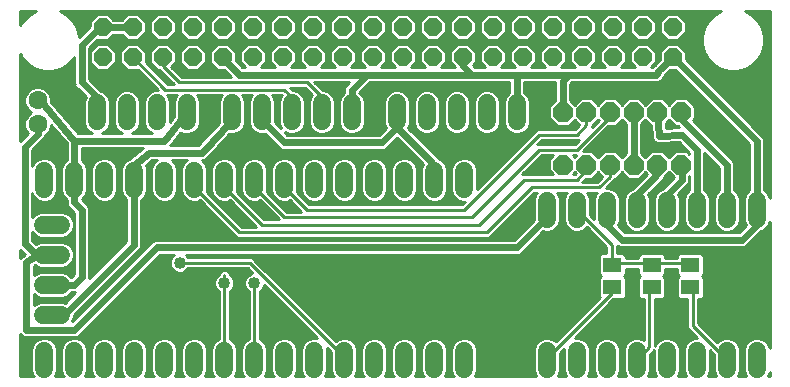
<source format=gbl>
G75*
%MOIN*%
%OFA0B0*%
%FSLAX25Y25*%
%IPPOS*%
%LPD*%
%AMOC8*
5,1,8,0,0,1.08239X$1,22.5*
%
%ADD10R,0.06299X0.05118*%
%ADD11C,0.06000*%
%ADD12OC8,0.06000*%
%ADD13OC8,0.06600*%
%ADD14C,0.06299*%
%ADD15C,0.01000*%
%ADD16C,0.02400*%
%ADD17C,0.04000*%
D10*
X0220561Y0038134D03*
X0220561Y0045614D03*
X0233750Y0045614D03*
X0246585Y0045654D03*
X0246585Y0038173D03*
X0233750Y0038134D03*
D11*
X0228750Y0017000D02*
X0228750Y0011000D01*
X0218750Y0011000D02*
X0218750Y0017000D01*
X0208750Y0017000D02*
X0208750Y0011000D01*
X0198750Y0011000D02*
X0198750Y0017000D01*
X0171250Y0017000D02*
X0171250Y0011000D01*
X0161250Y0011000D02*
X0161250Y0017000D01*
X0151250Y0017000D02*
X0151250Y0011000D01*
X0141250Y0011000D02*
X0141250Y0017000D01*
X0131250Y0017000D02*
X0131250Y0011000D01*
X0121250Y0011000D02*
X0121250Y0017000D01*
X0111250Y0017000D02*
X0111250Y0011000D01*
X0101250Y0011000D02*
X0101250Y0017000D01*
X0091250Y0017000D02*
X0091250Y0011000D01*
X0081250Y0011000D02*
X0081250Y0017000D01*
X0071250Y0017000D02*
X0071250Y0011000D01*
X0061250Y0011000D02*
X0061250Y0017000D01*
X0051250Y0017000D02*
X0051250Y0011000D01*
X0041250Y0011000D02*
X0041250Y0017000D01*
X0031250Y0017000D02*
X0031250Y0011000D01*
X0030750Y0029000D02*
X0036750Y0029000D01*
X0036750Y0039000D02*
X0030750Y0039000D01*
X0030750Y0049000D02*
X0036750Y0049000D01*
X0036750Y0059000D02*
X0030750Y0059000D01*
X0031250Y0071000D02*
X0031250Y0077000D01*
X0041250Y0077000D02*
X0041250Y0071000D01*
X0051250Y0071000D02*
X0051250Y0077000D01*
X0061250Y0077000D02*
X0061250Y0071000D01*
X0071250Y0071000D02*
X0071250Y0077000D01*
X0081250Y0077000D02*
X0081250Y0071000D01*
X0091250Y0071000D02*
X0091250Y0077000D01*
X0101250Y0077000D02*
X0101250Y0071000D01*
X0111250Y0071000D02*
X0111250Y0077000D01*
X0121250Y0077000D02*
X0121250Y0071000D01*
X0131250Y0071000D02*
X0131250Y0077000D01*
X0141250Y0077000D02*
X0141250Y0071000D01*
X0151250Y0071000D02*
X0151250Y0077000D01*
X0161250Y0077000D02*
X0161250Y0071000D01*
X0171250Y0071000D02*
X0171250Y0077000D01*
X0198750Y0067000D02*
X0198750Y0061000D01*
X0208750Y0061000D02*
X0208750Y0067000D01*
X0218750Y0067000D02*
X0218750Y0061000D01*
X0228750Y0061000D02*
X0228750Y0067000D01*
X0238750Y0067000D02*
X0238750Y0061000D01*
X0248750Y0061000D02*
X0248750Y0067000D01*
X0258750Y0067000D02*
X0258750Y0061000D01*
X0268750Y0061000D02*
X0268750Y0067000D01*
X0188750Y0093500D02*
X0188750Y0099500D01*
X0178750Y0099500D02*
X0178750Y0093500D01*
X0168750Y0093500D02*
X0168750Y0099500D01*
X0158750Y0099500D02*
X0158750Y0093500D01*
X0148750Y0093500D02*
X0148750Y0099500D01*
X0133750Y0099500D02*
X0133750Y0093500D01*
X0123750Y0093500D02*
X0123750Y0099500D01*
X0113750Y0099500D02*
X0113750Y0093500D01*
X0103750Y0093500D02*
X0103750Y0099500D01*
X0093750Y0099500D02*
X0093750Y0093500D01*
X0078750Y0093500D02*
X0078750Y0099500D01*
X0068750Y0099500D02*
X0068750Y0093500D01*
X0058750Y0093500D02*
X0058750Y0099500D01*
X0048750Y0099500D02*
X0048750Y0093500D01*
X0238750Y0017000D02*
X0238750Y0011000D01*
X0248750Y0011000D02*
X0248750Y0017000D01*
X0258750Y0017000D02*
X0258750Y0011000D01*
X0268750Y0011000D02*
X0268750Y0017000D01*
D12*
X0240719Y0114906D03*
X0230719Y0114906D03*
X0220719Y0114906D03*
X0210719Y0114906D03*
X0200719Y0114906D03*
X0190719Y0114906D03*
X0180719Y0114906D03*
X0170719Y0114906D03*
X0160719Y0114906D03*
X0150719Y0114906D03*
X0140719Y0114906D03*
X0130719Y0114906D03*
X0120719Y0114906D03*
X0110719Y0114906D03*
X0100719Y0114906D03*
X0090719Y0114906D03*
X0080719Y0114906D03*
X0070719Y0114906D03*
X0060719Y0114906D03*
X0050719Y0114906D03*
X0050719Y0124906D03*
X0060719Y0124906D03*
X0070719Y0124906D03*
X0080719Y0124906D03*
X0090719Y0124906D03*
X0100719Y0124906D03*
X0110719Y0124906D03*
X0120719Y0124906D03*
X0130719Y0124906D03*
X0140719Y0124906D03*
X0150719Y0124906D03*
X0160719Y0124906D03*
X0170719Y0124906D03*
X0180719Y0124906D03*
X0190719Y0124906D03*
X0200719Y0124906D03*
X0210719Y0124906D03*
X0220719Y0124906D03*
X0230719Y0124906D03*
X0240719Y0124906D03*
D13*
X0243435Y0096500D03*
X0235561Y0096500D03*
X0227687Y0096500D03*
X0219813Y0096500D03*
X0211939Y0096500D03*
X0204065Y0096500D03*
X0204065Y0079000D03*
X0211939Y0079000D03*
X0219813Y0079000D03*
X0227687Y0079000D03*
X0235561Y0079000D03*
X0243435Y0079000D03*
D14*
X0029085Y0092563D03*
X0029085Y0100437D03*
D15*
X0023250Y0022480D02*
X0023250Y0008500D01*
X0027669Y0008500D01*
X0027605Y0008564D01*
X0026950Y0010145D01*
X0026950Y0017855D01*
X0027605Y0019436D01*
X0028814Y0020645D01*
X0030395Y0021300D01*
X0032105Y0021300D01*
X0033686Y0020645D01*
X0034895Y0019436D01*
X0035550Y0017855D01*
X0035550Y0010145D01*
X0034895Y0008564D01*
X0034831Y0008500D01*
X0037669Y0008500D01*
X0037605Y0008564D01*
X0036950Y0010145D01*
X0036950Y0017855D01*
X0037605Y0019436D01*
X0038814Y0020645D01*
X0040395Y0021300D01*
X0042105Y0021300D01*
X0043686Y0020645D01*
X0044895Y0019436D01*
X0045550Y0017855D01*
X0045550Y0010145D01*
X0044895Y0008564D01*
X0044831Y0008500D01*
X0047669Y0008500D01*
X0047605Y0008564D01*
X0046950Y0010145D01*
X0046950Y0017855D01*
X0047605Y0019436D01*
X0048814Y0020645D01*
X0050395Y0021300D01*
X0052105Y0021300D01*
X0053686Y0020645D01*
X0054895Y0019436D01*
X0055550Y0017855D01*
X0055550Y0010145D01*
X0054895Y0008564D01*
X0054831Y0008500D01*
X0057669Y0008500D01*
X0057605Y0008564D01*
X0056950Y0010145D01*
X0056950Y0017855D01*
X0057605Y0019436D01*
X0058814Y0020645D01*
X0060395Y0021300D01*
X0062105Y0021300D01*
X0063686Y0020645D01*
X0064895Y0019436D01*
X0065550Y0017855D01*
X0065550Y0010145D01*
X0064895Y0008564D01*
X0064831Y0008500D01*
X0067669Y0008500D01*
X0067605Y0008564D01*
X0066950Y0010145D01*
X0066950Y0017855D01*
X0067605Y0019436D01*
X0068814Y0020645D01*
X0070395Y0021300D01*
X0072105Y0021300D01*
X0073686Y0020645D01*
X0074895Y0019436D01*
X0075550Y0017855D01*
X0075550Y0010145D01*
X0074895Y0008564D01*
X0074831Y0008500D01*
X0077669Y0008500D01*
X0077605Y0008564D01*
X0076950Y0010145D01*
X0076950Y0017855D01*
X0077605Y0019436D01*
X0078814Y0020645D01*
X0080395Y0021300D01*
X0082105Y0021300D01*
X0083686Y0020645D01*
X0084895Y0019436D01*
X0085550Y0017855D01*
X0085550Y0010145D01*
X0084895Y0008564D01*
X0084831Y0008500D01*
X0087669Y0008500D01*
X0087605Y0008564D01*
X0086950Y0010145D01*
X0086950Y0017855D01*
X0087605Y0019436D01*
X0088814Y0020645D01*
X0089450Y0020909D01*
X0089450Y0036799D01*
X0089381Y0036827D01*
X0088452Y0037756D01*
X0087950Y0038969D01*
X0087950Y0040281D01*
X0088452Y0041494D01*
X0089381Y0042423D01*
X0089450Y0042451D01*
X0089450Y0042871D01*
X0090504Y0043925D01*
X0091996Y0043925D01*
X0093050Y0042871D01*
X0093050Y0042451D01*
X0093119Y0042423D01*
X0094048Y0041494D01*
X0094550Y0040281D01*
X0094550Y0038969D01*
X0094048Y0037756D01*
X0093119Y0036827D01*
X0093050Y0036799D01*
X0093050Y0020909D01*
X0093686Y0020645D01*
X0094895Y0019436D01*
X0095550Y0017855D01*
X0095550Y0010145D01*
X0094895Y0008564D01*
X0094831Y0008500D01*
X0097669Y0008500D01*
X0097605Y0008564D01*
X0096950Y0010145D01*
X0096950Y0017855D01*
X0097605Y0019436D01*
X0098814Y0020645D01*
X0099450Y0020909D01*
X0099450Y0036799D01*
X0099381Y0036827D01*
X0098452Y0037756D01*
X0097950Y0038969D01*
X0097950Y0040281D01*
X0098452Y0041494D01*
X0099381Y0042423D01*
X0100584Y0042921D01*
X0099004Y0044500D01*
X0079176Y0044500D01*
X0079148Y0044431D01*
X0078219Y0043502D01*
X0077006Y0043000D01*
X0075694Y0043000D01*
X0074481Y0043502D01*
X0073552Y0044431D01*
X0073050Y0045644D01*
X0073050Y0046956D01*
X0073552Y0048169D01*
X0074383Y0049000D01*
X0069786Y0049000D01*
X0042666Y0021881D01*
X0041747Y0021500D01*
X0024768Y0021500D01*
X0023850Y0021881D01*
X0023250Y0022480D01*
X0023250Y0021973D02*
X0023757Y0021973D01*
X0023250Y0020975D02*
X0029609Y0020975D01*
X0028145Y0019976D02*
X0023250Y0019976D01*
X0023250Y0018978D02*
X0027415Y0018978D01*
X0027001Y0017979D02*
X0023250Y0017979D01*
X0023250Y0016981D02*
X0026950Y0016981D01*
X0026950Y0015982D02*
X0023250Y0015982D01*
X0023250Y0014984D02*
X0026950Y0014984D01*
X0026950Y0013985D02*
X0023250Y0013985D01*
X0023250Y0012987D02*
X0026950Y0012987D01*
X0026950Y0011988D02*
X0023250Y0011988D01*
X0023250Y0010990D02*
X0026950Y0010990D01*
X0027014Y0009991D02*
X0023250Y0009991D01*
X0023250Y0008993D02*
X0027427Y0008993D01*
X0035073Y0008993D02*
X0037427Y0008993D01*
X0037014Y0009991D02*
X0035486Y0009991D01*
X0035550Y0010990D02*
X0036950Y0010990D01*
X0036950Y0011988D02*
X0035550Y0011988D01*
X0035550Y0012987D02*
X0036950Y0012987D01*
X0036950Y0013985D02*
X0035550Y0013985D01*
X0035550Y0014984D02*
X0036950Y0014984D01*
X0036950Y0015982D02*
X0035550Y0015982D01*
X0035550Y0016981D02*
X0036950Y0016981D01*
X0037001Y0017979D02*
X0035499Y0017979D01*
X0035085Y0018978D02*
X0037415Y0018978D01*
X0038145Y0019976D02*
X0034355Y0019976D01*
X0032891Y0020975D02*
X0039609Y0020975D01*
X0042891Y0020975D02*
X0049609Y0020975D01*
X0048145Y0019976D02*
X0044355Y0019976D01*
X0045085Y0018978D02*
X0047415Y0018978D01*
X0047001Y0017979D02*
X0045499Y0017979D01*
X0045550Y0016981D02*
X0046950Y0016981D01*
X0046950Y0015982D02*
X0045550Y0015982D01*
X0045550Y0014984D02*
X0046950Y0014984D01*
X0046950Y0013985D02*
X0045550Y0013985D01*
X0045550Y0012987D02*
X0046950Y0012987D01*
X0046950Y0011988D02*
X0045550Y0011988D01*
X0045550Y0010990D02*
X0046950Y0010990D01*
X0047014Y0009991D02*
X0045486Y0009991D01*
X0045073Y0008993D02*
X0047427Y0008993D01*
X0055073Y0008993D02*
X0057427Y0008993D01*
X0057014Y0009991D02*
X0055486Y0009991D01*
X0055550Y0010990D02*
X0056950Y0010990D01*
X0056950Y0011988D02*
X0055550Y0011988D01*
X0055550Y0012987D02*
X0056950Y0012987D01*
X0056950Y0013985D02*
X0055550Y0013985D01*
X0055550Y0014984D02*
X0056950Y0014984D01*
X0056950Y0015982D02*
X0055550Y0015982D01*
X0055550Y0016981D02*
X0056950Y0016981D01*
X0057001Y0017979D02*
X0055499Y0017979D01*
X0055085Y0018978D02*
X0057415Y0018978D01*
X0058145Y0019976D02*
X0054355Y0019976D01*
X0052891Y0020975D02*
X0059609Y0020975D01*
X0062891Y0020975D02*
X0069609Y0020975D01*
X0068145Y0019976D02*
X0064355Y0019976D01*
X0065085Y0018978D02*
X0067415Y0018978D01*
X0067001Y0017979D02*
X0065499Y0017979D01*
X0065550Y0016981D02*
X0066950Y0016981D01*
X0066950Y0015982D02*
X0065550Y0015982D01*
X0065550Y0014984D02*
X0066950Y0014984D01*
X0066950Y0013985D02*
X0065550Y0013985D01*
X0065550Y0012987D02*
X0066950Y0012987D01*
X0066950Y0011988D02*
X0065550Y0011988D01*
X0065550Y0010990D02*
X0066950Y0010990D01*
X0067014Y0009991D02*
X0065486Y0009991D01*
X0065073Y0008993D02*
X0067427Y0008993D01*
X0075073Y0008993D02*
X0077427Y0008993D01*
X0077014Y0009991D02*
X0075486Y0009991D01*
X0075550Y0010990D02*
X0076950Y0010990D01*
X0076950Y0011988D02*
X0075550Y0011988D01*
X0075550Y0012987D02*
X0076950Y0012987D01*
X0076950Y0013985D02*
X0075550Y0013985D01*
X0075550Y0014984D02*
X0076950Y0014984D01*
X0076950Y0015982D02*
X0075550Y0015982D01*
X0075550Y0016981D02*
X0076950Y0016981D01*
X0077001Y0017979D02*
X0075499Y0017979D01*
X0075085Y0018978D02*
X0077415Y0018978D01*
X0078145Y0019976D02*
X0074355Y0019976D01*
X0072891Y0020975D02*
X0079609Y0020975D01*
X0082891Y0020975D02*
X0089450Y0020975D01*
X0089450Y0021973D02*
X0042759Y0021973D01*
X0043757Y0022972D02*
X0089450Y0022972D01*
X0089450Y0023970D02*
X0044756Y0023970D01*
X0045754Y0024969D02*
X0089450Y0024969D01*
X0089450Y0025967D02*
X0046753Y0025967D01*
X0047751Y0026966D02*
X0089450Y0026966D01*
X0089450Y0027964D02*
X0048750Y0027964D01*
X0049748Y0028963D02*
X0089450Y0028963D01*
X0089450Y0029961D02*
X0050747Y0029961D01*
X0051745Y0030960D02*
X0089450Y0030960D01*
X0089450Y0031958D02*
X0052744Y0031958D01*
X0053742Y0032957D02*
X0089450Y0032957D01*
X0089450Y0033955D02*
X0054741Y0033955D01*
X0055739Y0034954D02*
X0089450Y0034954D01*
X0089450Y0035952D02*
X0056738Y0035952D01*
X0057736Y0036951D02*
X0089257Y0036951D01*
X0088372Y0037949D02*
X0058735Y0037949D01*
X0059733Y0038948D02*
X0087959Y0038948D01*
X0087950Y0039946D02*
X0060732Y0039946D01*
X0061730Y0040945D02*
X0088225Y0040945D01*
X0088902Y0041943D02*
X0062729Y0041943D01*
X0063727Y0042942D02*
X0089521Y0042942D01*
X0091250Y0042125D02*
X0091250Y0016500D01*
X0091250Y0014000D01*
X0086950Y0013985D02*
X0085550Y0013985D01*
X0085550Y0012987D02*
X0086950Y0012987D01*
X0086950Y0011988D02*
X0085550Y0011988D01*
X0085550Y0010990D02*
X0086950Y0010990D01*
X0087014Y0009991D02*
X0085486Y0009991D01*
X0085073Y0008993D02*
X0087427Y0008993D01*
X0095073Y0008993D02*
X0097427Y0008993D01*
X0097014Y0009991D02*
X0095486Y0009991D01*
X0095550Y0010990D02*
X0096950Y0010990D01*
X0096950Y0011988D02*
X0095550Y0011988D01*
X0095550Y0012987D02*
X0096950Y0012987D01*
X0096950Y0013985D02*
X0095550Y0013985D01*
X0095550Y0014984D02*
X0096950Y0014984D01*
X0096950Y0015982D02*
X0095550Y0015982D01*
X0095550Y0016981D02*
X0096950Y0016981D01*
X0097001Y0017979D02*
X0095499Y0017979D01*
X0095085Y0018978D02*
X0097415Y0018978D01*
X0098145Y0019976D02*
X0094355Y0019976D01*
X0093050Y0020975D02*
X0099450Y0020975D01*
X0099450Y0021973D02*
X0093050Y0021973D01*
X0093050Y0022972D02*
X0099450Y0022972D01*
X0099450Y0023970D02*
X0093050Y0023970D01*
X0093050Y0024969D02*
X0099450Y0024969D01*
X0099450Y0025967D02*
X0093050Y0025967D01*
X0093050Y0026966D02*
X0099450Y0026966D01*
X0099450Y0027964D02*
X0093050Y0027964D01*
X0093050Y0028963D02*
X0099450Y0028963D01*
X0099450Y0029961D02*
X0093050Y0029961D01*
X0093050Y0030960D02*
X0099450Y0030960D01*
X0099450Y0031958D02*
X0093050Y0031958D01*
X0093050Y0032957D02*
X0099450Y0032957D01*
X0099450Y0033955D02*
X0093050Y0033955D01*
X0093050Y0034954D02*
X0099450Y0034954D01*
X0099450Y0035952D02*
X0093050Y0035952D01*
X0093243Y0036951D02*
X0099257Y0036951D01*
X0098372Y0037949D02*
X0094128Y0037949D01*
X0094541Y0038948D02*
X0097959Y0038948D01*
X0097950Y0039946D02*
X0094550Y0039946D01*
X0094275Y0040945D02*
X0098225Y0040945D01*
X0098902Y0041943D02*
X0093598Y0041943D01*
X0092979Y0042942D02*
X0100562Y0042942D01*
X0099564Y0043940D02*
X0078657Y0043940D01*
X0076350Y0046300D02*
X0099750Y0046300D01*
X0131250Y0014800D01*
X0131250Y0014000D01*
X0126950Y0013985D02*
X0125550Y0013985D01*
X0125550Y0012987D02*
X0126950Y0012987D01*
X0126950Y0011988D02*
X0125550Y0011988D01*
X0125550Y0010990D02*
X0126950Y0010990D01*
X0126950Y0010145D02*
X0126950Y0016554D01*
X0125480Y0018025D01*
X0125550Y0017855D01*
X0125550Y0010145D01*
X0124895Y0008564D01*
X0124831Y0008500D01*
X0127669Y0008500D01*
X0127605Y0008564D01*
X0126950Y0010145D01*
X0127014Y0009991D02*
X0125486Y0009991D01*
X0125073Y0008993D02*
X0127427Y0008993D01*
X0134831Y0008500D02*
X0134895Y0008564D01*
X0135550Y0010145D01*
X0135550Y0017855D01*
X0134895Y0019436D01*
X0133686Y0020645D01*
X0132105Y0021300D01*
X0130395Y0021300D01*
X0128814Y0020645D01*
X0128382Y0020213D01*
X0101550Y0047046D01*
X0100496Y0048100D01*
X0079176Y0048100D01*
X0079148Y0048169D01*
X0078317Y0049000D01*
X0189247Y0049000D01*
X0190166Y0049381D01*
X0197605Y0056820D01*
X0197895Y0056700D01*
X0199605Y0056700D01*
X0201186Y0057355D01*
X0202395Y0058564D01*
X0203050Y0060145D01*
X0203050Y0067855D01*
X0202395Y0069436D01*
X0202131Y0069700D01*
X0205369Y0069700D01*
X0205105Y0069436D01*
X0204450Y0067855D01*
X0204450Y0060145D01*
X0205105Y0058564D01*
X0206314Y0057355D01*
X0207895Y0056700D01*
X0209605Y0056700D01*
X0211186Y0057355D01*
X0212018Y0058187D01*
X0218550Y0051654D01*
X0218550Y0049473D01*
X0216873Y0049473D01*
X0216111Y0048712D01*
X0216111Y0042517D01*
X0216754Y0041874D01*
X0216111Y0041231D01*
X0216111Y0035036D01*
X0216376Y0034772D01*
X0201718Y0020113D01*
X0201186Y0020645D01*
X0199605Y0021300D01*
X0197895Y0021300D01*
X0196314Y0020645D01*
X0195105Y0019436D01*
X0194450Y0017855D01*
X0194450Y0010145D01*
X0195105Y0008564D01*
X0195169Y0008500D01*
X0174831Y0008500D01*
X0174895Y0008564D01*
X0175550Y0010145D01*
X0175550Y0017855D01*
X0174895Y0019436D01*
X0173686Y0020645D01*
X0172105Y0021300D01*
X0170395Y0021300D01*
X0168814Y0020645D01*
X0167605Y0019436D01*
X0166950Y0017855D01*
X0166950Y0010145D01*
X0167605Y0008564D01*
X0167669Y0008500D01*
X0164831Y0008500D01*
X0164895Y0008564D01*
X0165550Y0010145D01*
X0165550Y0017855D01*
X0164895Y0019436D01*
X0163686Y0020645D01*
X0162105Y0021300D01*
X0160395Y0021300D01*
X0158814Y0020645D01*
X0157605Y0019436D01*
X0156950Y0017855D01*
X0156950Y0010145D01*
X0157605Y0008564D01*
X0157669Y0008500D01*
X0154831Y0008500D01*
X0154895Y0008564D01*
X0155550Y0010145D01*
X0155550Y0017855D01*
X0154895Y0019436D01*
X0153686Y0020645D01*
X0152105Y0021300D01*
X0150395Y0021300D01*
X0148814Y0020645D01*
X0147605Y0019436D01*
X0146950Y0017855D01*
X0146950Y0010145D01*
X0147605Y0008564D01*
X0147669Y0008500D01*
X0144831Y0008500D01*
X0144895Y0008564D01*
X0145550Y0010145D01*
X0145550Y0017855D01*
X0144895Y0019436D01*
X0143686Y0020645D01*
X0142105Y0021300D01*
X0140395Y0021300D01*
X0138814Y0020645D01*
X0137605Y0019436D01*
X0136950Y0017855D01*
X0136950Y0010145D01*
X0137605Y0008564D01*
X0137669Y0008500D01*
X0134831Y0008500D01*
X0135073Y0008993D02*
X0137427Y0008993D01*
X0137014Y0009991D02*
X0135486Y0009991D01*
X0135550Y0010990D02*
X0136950Y0010990D01*
X0136950Y0011988D02*
X0135550Y0011988D01*
X0135550Y0012987D02*
X0136950Y0012987D01*
X0136950Y0013985D02*
X0135550Y0013985D01*
X0135550Y0014984D02*
X0136950Y0014984D01*
X0136950Y0015982D02*
X0135550Y0015982D01*
X0135550Y0016981D02*
X0136950Y0016981D01*
X0137001Y0017979D02*
X0135499Y0017979D01*
X0135085Y0018978D02*
X0137415Y0018978D01*
X0138145Y0019976D02*
X0134355Y0019976D01*
X0132891Y0020975D02*
X0139609Y0020975D01*
X0142891Y0020975D02*
X0149609Y0020975D01*
X0148145Y0019976D02*
X0144355Y0019976D01*
X0145085Y0018978D02*
X0147415Y0018978D01*
X0147001Y0017979D02*
X0145499Y0017979D01*
X0145550Y0016981D02*
X0146950Y0016981D01*
X0146950Y0015982D02*
X0145550Y0015982D01*
X0145550Y0014984D02*
X0146950Y0014984D01*
X0146950Y0013985D02*
X0145550Y0013985D01*
X0145550Y0012987D02*
X0146950Y0012987D01*
X0146950Y0011988D02*
X0145550Y0011988D01*
X0145550Y0010990D02*
X0146950Y0010990D01*
X0147014Y0009991D02*
X0145486Y0009991D01*
X0145073Y0008993D02*
X0147427Y0008993D01*
X0155073Y0008993D02*
X0157427Y0008993D01*
X0157014Y0009991D02*
X0155486Y0009991D01*
X0155550Y0010990D02*
X0156950Y0010990D01*
X0156950Y0011988D02*
X0155550Y0011988D01*
X0155550Y0012987D02*
X0156950Y0012987D01*
X0156950Y0013985D02*
X0155550Y0013985D01*
X0155550Y0014984D02*
X0156950Y0014984D01*
X0156950Y0015982D02*
X0155550Y0015982D01*
X0155550Y0016981D02*
X0156950Y0016981D01*
X0157001Y0017979D02*
X0155499Y0017979D01*
X0155085Y0018978D02*
X0157415Y0018978D01*
X0158145Y0019976D02*
X0154355Y0019976D01*
X0152891Y0020975D02*
X0159609Y0020975D01*
X0162891Y0020975D02*
X0169609Y0020975D01*
X0168145Y0019976D02*
X0164355Y0019976D01*
X0165085Y0018978D02*
X0167415Y0018978D01*
X0167001Y0017979D02*
X0165499Y0017979D01*
X0165550Y0016981D02*
X0166950Y0016981D01*
X0166950Y0015982D02*
X0165550Y0015982D01*
X0165550Y0014984D02*
X0166950Y0014984D01*
X0166950Y0013985D02*
X0165550Y0013985D01*
X0165550Y0012987D02*
X0166950Y0012987D01*
X0166950Y0011988D02*
X0165550Y0011988D01*
X0165550Y0010990D02*
X0166950Y0010990D01*
X0167014Y0009991D02*
X0165486Y0009991D01*
X0165073Y0008993D02*
X0167427Y0008993D01*
X0175073Y0008993D02*
X0194927Y0008993D01*
X0194514Y0009991D02*
X0175486Y0009991D01*
X0175550Y0010990D02*
X0194450Y0010990D01*
X0194450Y0011988D02*
X0175550Y0011988D01*
X0175550Y0012987D02*
X0194450Y0012987D01*
X0194450Y0013985D02*
X0175550Y0013985D01*
X0175550Y0014984D02*
X0194450Y0014984D01*
X0194450Y0015982D02*
X0175550Y0015982D01*
X0175550Y0016981D02*
X0194450Y0016981D01*
X0194501Y0017979D02*
X0175499Y0017979D01*
X0175085Y0018978D02*
X0194915Y0018978D01*
X0195645Y0019976D02*
X0174355Y0019976D01*
X0172891Y0020975D02*
X0197109Y0020975D01*
X0200391Y0020975D02*
X0202579Y0020975D01*
X0203578Y0021973D02*
X0126622Y0021973D01*
X0125624Y0022972D02*
X0204576Y0022972D01*
X0205575Y0023970D02*
X0124625Y0023970D01*
X0123627Y0024969D02*
X0206573Y0024969D01*
X0207572Y0025967D02*
X0122628Y0025967D01*
X0121630Y0026966D02*
X0208570Y0026966D01*
X0209569Y0027964D02*
X0120631Y0027964D01*
X0119633Y0028963D02*
X0210567Y0028963D01*
X0211566Y0029961D02*
X0118634Y0029961D01*
X0117636Y0030960D02*
X0212564Y0030960D01*
X0213563Y0031958D02*
X0116637Y0031958D01*
X0115639Y0032957D02*
X0214561Y0032957D01*
X0215560Y0033955D02*
X0114640Y0033955D01*
X0113642Y0034954D02*
X0216194Y0034954D01*
X0216111Y0035952D02*
X0112643Y0035952D01*
X0111645Y0036951D02*
X0216111Y0036951D01*
X0216111Y0037949D02*
X0110646Y0037949D01*
X0109648Y0038948D02*
X0216111Y0038948D01*
X0216111Y0039946D02*
X0108649Y0039946D01*
X0107651Y0040945D02*
X0216111Y0040945D01*
X0216685Y0041943D02*
X0106652Y0041943D01*
X0105654Y0042942D02*
X0216111Y0042942D01*
X0216111Y0043940D02*
X0104655Y0043940D01*
X0103657Y0044939D02*
X0216111Y0044939D01*
X0216111Y0045937D02*
X0102658Y0045937D01*
X0101660Y0046936D02*
X0216111Y0046936D01*
X0216111Y0047934D02*
X0100661Y0047934D01*
X0095504Y0054700D02*
X0179496Y0054700D01*
X0180550Y0055754D01*
X0194496Y0069700D01*
X0195369Y0069700D01*
X0195105Y0069436D01*
X0194450Y0067855D01*
X0194450Y0060736D01*
X0187714Y0054000D01*
X0068253Y0054000D01*
X0067334Y0053619D01*
X0066631Y0052916D01*
X0040478Y0026763D01*
X0041050Y0028145D01*
X0041050Y0028864D01*
X0063169Y0050984D01*
X0063550Y0051903D01*
X0063550Y0067298D01*
X0063686Y0067355D01*
X0064895Y0068564D01*
X0065550Y0070145D01*
X0065550Y0077855D01*
X0065117Y0078900D01*
X0067130Y0080516D01*
X0068685Y0080516D01*
X0067605Y0079436D01*
X0066950Y0077855D01*
X0066950Y0070145D01*
X0067605Y0068564D01*
X0068814Y0067355D01*
X0070395Y0066700D01*
X0072105Y0066700D01*
X0073686Y0067355D01*
X0074895Y0068564D01*
X0075550Y0070145D01*
X0075550Y0077855D01*
X0074895Y0079436D01*
X0073815Y0080516D01*
X0078685Y0080516D01*
X0077605Y0079436D01*
X0076950Y0077855D01*
X0076950Y0070145D01*
X0077605Y0068564D01*
X0078814Y0067355D01*
X0080395Y0066700D01*
X0082105Y0066700D01*
X0083095Y0067110D01*
X0095504Y0054700D01*
X0095280Y0054924D02*
X0063550Y0054924D01*
X0063550Y0053926D02*
X0068073Y0053926D01*
X0066642Y0052927D02*
X0063550Y0052927D01*
X0063550Y0051929D02*
X0065643Y0051929D01*
X0064645Y0050930D02*
X0063116Y0050930D01*
X0063646Y0049932D02*
X0062117Y0049932D01*
X0062647Y0048933D02*
X0061119Y0048933D01*
X0061649Y0047934D02*
X0060120Y0047934D01*
X0060650Y0046936D02*
X0059122Y0046936D01*
X0059652Y0045937D02*
X0058123Y0045937D01*
X0058653Y0044939D02*
X0057124Y0044939D01*
X0057655Y0043940D02*
X0056126Y0043940D01*
X0056656Y0042942D02*
X0055127Y0042942D01*
X0055658Y0041943D02*
X0054129Y0041943D01*
X0054659Y0040945D02*
X0053130Y0040945D01*
X0053661Y0039946D02*
X0052132Y0039946D01*
X0052662Y0038948D02*
X0051133Y0038948D01*
X0051664Y0037949D02*
X0050135Y0037949D01*
X0050665Y0036951D02*
X0049136Y0036951D01*
X0049667Y0035952D02*
X0048138Y0035952D01*
X0048668Y0034954D02*
X0047139Y0034954D01*
X0047670Y0033955D02*
X0046141Y0033955D01*
X0046671Y0032957D02*
X0045142Y0032957D01*
X0045673Y0031958D02*
X0044144Y0031958D01*
X0044674Y0030960D02*
X0043145Y0030960D01*
X0043676Y0029961D02*
X0042147Y0029961D01*
X0042677Y0028963D02*
X0041148Y0028963D01*
X0040975Y0027964D02*
X0041679Y0027964D01*
X0040680Y0026966D02*
X0040562Y0026966D01*
X0038177Y0033063D02*
X0037605Y0033300D01*
X0029895Y0033300D01*
X0028314Y0032645D01*
X0027766Y0032097D01*
X0027766Y0035903D01*
X0028314Y0035355D01*
X0029895Y0034700D01*
X0037605Y0034700D01*
X0039186Y0035355D01*
X0040331Y0036500D01*
X0041614Y0036500D01*
X0038177Y0033063D01*
X0039070Y0033955D02*
X0027766Y0033955D01*
X0027766Y0032957D02*
X0029066Y0032957D01*
X0029282Y0034954D02*
X0027766Y0034954D01*
X0038218Y0034954D02*
X0040068Y0034954D01*
X0039783Y0035952D02*
X0041067Y0035952D01*
X0040273Y0041558D02*
X0039186Y0042645D01*
X0037605Y0043300D01*
X0029895Y0043300D01*
X0028314Y0042645D01*
X0027766Y0042097D01*
X0027766Y0045217D01*
X0028165Y0045504D01*
X0028314Y0045355D01*
X0029895Y0044700D01*
X0037605Y0044700D01*
X0039186Y0045355D01*
X0040395Y0046564D01*
X0041050Y0048145D01*
X0041050Y0049855D01*
X0040395Y0051436D01*
X0039186Y0052645D01*
X0037605Y0053300D01*
X0029895Y0053300D01*
X0028347Y0052659D01*
X0027234Y0053625D01*
X0027234Y0056435D01*
X0028314Y0055355D01*
X0029895Y0054700D01*
X0037605Y0054700D01*
X0039186Y0055355D01*
X0040395Y0056564D01*
X0041050Y0058145D01*
X0041050Y0059855D01*
X0040395Y0061436D01*
X0039186Y0062645D01*
X0037605Y0063300D01*
X0029895Y0063300D01*
X0028314Y0062645D01*
X0027234Y0061565D01*
X0027234Y0069458D01*
X0027605Y0068564D01*
X0028814Y0067355D01*
X0030395Y0066700D01*
X0032105Y0066700D01*
X0033686Y0067355D01*
X0034895Y0068564D01*
X0035550Y0070145D01*
X0035550Y0077855D01*
X0034895Y0079436D01*
X0033686Y0080645D01*
X0032105Y0081300D01*
X0030395Y0081300D01*
X0028814Y0080645D01*
X0027605Y0079436D01*
X0027234Y0078541D01*
X0027234Y0083949D01*
X0031204Y0087919D01*
X0031557Y0088771D01*
X0031605Y0088791D01*
X0032857Y0090042D01*
X0033534Y0091678D01*
X0033534Y0092223D01*
X0038750Y0086110D01*
X0038750Y0080581D01*
X0037605Y0079436D01*
X0036950Y0077855D01*
X0036950Y0070145D01*
X0037605Y0068564D01*
X0038750Y0067419D01*
X0038750Y0066003D01*
X0039131Y0065084D01*
X0041250Y0062964D01*
X0041250Y0042536D01*
X0040273Y0041558D01*
X0039888Y0041943D02*
X0040658Y0041943D01*
X0041250Y0042942D02*
X0038470Y0042942D01*
X0041250Y0043940D02*
X0027766Y0043940D01*
X0027766Y0042942D02*
X0029030Y0042942D01*
X0029318Y0044939D02*
X0027766Y0044939D01*
X0024043Y0048699D02*
X0023850Y0048619D01*
X0023642Y0048412D01*
X0023404Y0048241D01*
X0023294Y0048064D01*
X0023250Y0048020D01*
X0023250Y0050433D01*
X0023318Y0050365D01*
X0023403Y0050330D01*
X0024721Y0049186D01*
X0024043Y0048699D01*
X0024368Y0048933D02*
X0023250Y0048933D01*
X0023250Y0049932D02*
X0023862Y0049932D01*
X0028039Y0052927D02*
X0028994Y0052927D01*
X0027234Y0053926D02*
X0041250Y0053926D01*
X0041250Y0054924D02*
X0038146Y0054924D01*
X0039754Y0055923D02*
X0041250Y0055923D01*
X0041250Y0056921D02*
X0040543Y0056921D01*
X0040957Y0057920D02*
X0041250Y0057920D01*
X0041250Y0058918D02*
X0041050Y0058918D01*
X0041025Y0059917D02*
X0041250Y0059917D01*
X0041250Y0060915D02*
X0040611Y0060915D01*
X0041250Y0061914D02*
X0039917Y0061914D01*
X0041250Y0062912D02*
X0038542Y0062912D01*
X0040304Y0063911D02*
X0027234Y0063911D01*
X0027234Y0064909D02*
X0039305Y0064909D01*
X0038789Y0065908D02*
X0027234Y0065908D01*
X0027234Y0066906D02*
X0029897Y0066906D01*
X0028264Y0067905D02*
X0027234Y0067905D01*
X0027234Y0068903D02*
X0027464Y0068903D01*
X0032603Y0066906D02*
X0038750Y0066906D01*
X0038264Y0067905D02*
X0034236Y0067905D01*
X0035036Y0068903D02*
X0037464Y0068903D01*
X0037051Y0069902D02*
X0035449Y0069902D01*
X0035550Y0070900D02*
X0036950Y0070900D01*
X0036950Y0071899D02*
X0035550Y0071899D01*
X0035550Y0072897D02*
X0036950Y0072897D01*
X0036950Y0073896D02*
X0035550Y0073896D01*
X0035550Y0074894D02*
X0036950Y0074894D01*
X0036950Y0075893D02*
X0035550Y0075893D01*
X0035550Y0076891D02*
X0036950Y0076891D01*
X0036964Y0077890D02*
X0035536Y0077890D01*
X0035122Y0078888D02*
X0037378Y0078888D01*
X0038056Y0079887D02*
X0034444Y0079887D01*
X0033106Y0080885D02*
X0038750Y0080885D01*
X0038750Y0081884D02*
X0027234Y0081884D01*
X0027234Y0082882D02*
X0038750Y0082882D01*
X0038750Y0083881D02*
X0027234Y0083881D01*
X0028165Y0084879D02*
X0038750Y0084879D01*
X0038750Y0085878D02*
X0029163Y0085878D01*
X0030162Y0086876D02*
X0038096Y0086876D01*
X0037244Y0087875D02*
X0031160Y0087875D01*
X0031688Y0088873D02*
X0036392Y0088873D01*
X0035540Y0089872D02*
X0032686Y0089872D01*
X0033200Y0090870D02*
X0034689Y0090870D01*
X0033837Y0091869D02*
X0033534Y0091869D01*
X0037853Y0094865D02*
X0044450Y0094865D01*
X0044450Y0095863D02*
X0037002Y0095863D01*
X0036150Y0096862D02*
X0044450Y0096862D01*
X0044450Y0097860D02*
X0035298Y0097860D01*
X0034446Y0098859D02*
X0044450Y0098859D01*
X0044450Y0099857D02*
X0033594Y0099857D01*
X0033534Y0099927D02*
X0033534Y0101322D01*
X0032857Y0102958D01*
X0031605Y0104209D01*
X0029970Y0104887D01*
X0028200Y0104887D01*
X0026564Y0104209D01*
X0025312Y0102958D01*
X0024635Y0101322D01*
X0024635Y0099552D01*
X0025312Y0097916D01*
X0026564Y0096665D01*
X0026962Y0096500D01*
X0026564Y0096335D01*
X0025312Y0095083D01*
X0024635Y0093448D01*
X0024635Y0091678D01*
X0025312Y0090042D01*
X0025785Y0089570D01*
X0023318Y0087104D01*
X0023250Y0087036D01*
X0023250Y0115955D01*
X0024203Y0114304D01*
X0026140Y0112366D01*
X0028513Y0110997D01*
X0031160Y0110287D01*
X0033899Y0110287D01*
X0036546Y0110997D01*
X0038919Y0112366D01*
X0040856Y0114304D01*
X0041250Y0114986D01*
X0041250Y0106003D01*
X0041631Y0105084D01*
X0042334Y0104381D01*
X0045009Y0101705D01*
X0044450Y0100355D01*
X0044450Y0092645D01*
X0045105Y0091064D01*
X0046314Y0089855D01*
X0047094Y0089531D01*
X0042403Y0089531D01*
X0033534Y0099927D01*
X0033534Y0100856D02*
X0044657Y0100856D01*
X0044860Y0101854D02*
X0033314Y0101854D01*
X0032900Y0102853D02*
X0043862Y0102853D01*
X0042863Y0103851D02*
X0031963Y0103851D01*
X0030059Y0104850D02*
X0041865Y0104850D01*
X0041314Y0105848D02*
X0023250Y0105848D01*
X0023250Y0104850D02*
X0028110Y0104850D01*
X0026206Y0103851D02*
X0023250Y0103851D01*
X0023250Y0102853D02*
X0025269Y0102853D01*
X0024855Y0101854D02*
X0023250Y0101854D01*
X0023250Y0100856D02*
X0024635Y0100856D01*
X0024635Y0099857D02*
X0023250Y0099857D01*
X0023250Y0098859D02*
X0024922Y0098859D01*
X0025369Y0097860D02*
X0023250Y0097860D01*
X0023250Y0096862D02*
X0026367Y0096862D01*
X0026092Y0095863D02*
X0023250Y0095863D01*
X0023250Y0094865D02*
X0025222Y0094865D01*
X0024808Y0093866D02*
X0023250Y0093866D01*
X0023250Y0092868D02*
X0024635Y0092868D01*
X0024635Y0091869D02*
X0023250Y0091869D01*
X0023250Y0090870D02*
X0024969Y0090870D01*
X0025483Y0089872D02*
X0023250Y0089872D01*
X0023250Y0088873D02*
X0025088Y0088873D01*
X0024089Y0087875D02*
X0023250Y0087875D01*
X0027234Y0080885D02*
X0029394Y0080885D01*
X0028056Y0079887D02*
X0027234Y0079887D01*
X0027234Y0078888D02*
X0027378Y0078888D01*
X0043750Y0080581D02*
X0043750Y0084531D01*
X0064145Y0084531D01*
X0059963Y0081173D01*
X0059834Y0081119D01*
X0059746Y0081031D01*
X0058814Y0080645D01*
X0057605Y0079436D01*
X0056950Y0077855D01*
X0056950Y0070145D01*
X0057605Y0068564D01*
X0058550Y0067619D01*
X0058550Y0053436D01*
X0046250Y0041136D01*
X0046250Y0064497D01*
X0045869Y0065416D01*
X0045166Y0066119D01*
X0043808Y0067477D01*
X0044895Y0068564D01*
X0045550Y0070145D01*
X0045550Y0077855D01*
X0044895Y0079436D01*
X0043750Y0080581D01*
X0043750Y0080885D02*
X0049394Y0080885D01*
X0048814Y0080645D02*
X0050395Y0081300D01*
X0052105Y0081300D01*
X0053686Y0080645D01*
X0054895Y0079436D01*
X0055550Y0077855D01*
X0055550Y0070145D01*
X0054895Y0068564D01*
X0053686Y0067355D01*
X0052105Y0066700D01*
X0050395Y0066700D01*
X0048814Y0067355D01*
X0047605Y0068564D01*
X0046950Y0070145D01*
X0046950Y0077855D01*
X0047605Y0079436D01*
X0048814Y0080645D01*
X0048056Y0079887D02*
X0044444Y0079887D01*
X0045122Y0078888D02*
X0047378Y0078888D01*
X0046964Y0077890D02*
X0045536Y0077890D01*
X0045550Y0076891D02*
X0046950Y0076891D01*
X0046950Y0075893D02*
X0045550Y0075893D01*
X0045550Y0074894D02*
X0046950Y0074894D01*
X0046950Y0073896D02*
X0045550Y0073896D01*
X0045550Y0072897D02*
X0046950Y0072897D01*
X0046950Y0071899D02*
X0045550Y0071899D01*
X0045550Y0070900D02*
X0046950Y0070900D01*
X0047051Y0069902D02*
X0045449Y0069902D01*
X0045036Y0068903D02*
X0047464Y0068903D01*
X0048264Y0067905D02*
X0044236Y0067905D01*
X0044379Y0066906D02*
X0049897Y0066906D01*
X0052603Y0066906D02*
X0058550Y0066906D01*
X0058550Y0065908D02*
X0045378Y0065908D01*
X0046079Y0064909D02*
X0058550Y0064909D01*
X0058550Y0063911D02*
X0046250Y0063911D01*
X0046250Y0062912D02*
X0058550Y0062912D01*
X0058550Y0061914D02*
X0046250Y0061914D01*
X0046250Y0060915D02*
X0058550Y0060915D01*
X0058550Y0059917D02*
X0046250Y0059917D01*
X0046250Y0058918D02*
X0058550Y0058918D01*
X0058550Y0057920D02*
X0046250Y0057920D01*
X0046250Y0056921D02*
X0058550Y0056921D01*
X0058550Y0055923D02*
X0046250Y0055923D01*
X0046250Y0054924D02*
X0058550Y0054924D01*
X0058550Y0053926D02*
X0046250Y0053926D01*
X0046250Y0052927D02*
X0058042Y0052927D01*
X0057043Y0051929D02*
X0046250Y0051929D01*
X0046250Y0050930D02*
X0056045Y0050930D01*
X0055046Y0049932D02*
X0046250Y0049932D01*
X0046250Y0048933D02*
X0054047Y0048933D01*
X0053049Y0047934D02*
X0046250Y0047934D01*
X0046250Y0046936D02*
X0052050Y0046936D01*
X0051052Y0045937D02*
X0046250Y0045937D01*
X0046250Y0044939D02*
X0050053Y0044939D01*
X0049055Y0043940D02*
X0046250Y0043940D01*
X0046250Y0042942D02*
X0048056Y0042942D01*
X0047058Y0041943D02*
X0046250Y0041943D01*
X0041250Y0044939D02*
X0038182Y0044939D01*
X0039769Y0045937D02*
X0041250Y0045937D01*
X0041250Y0046936D02*
X0040549Y0046936D01*
X0040963Y0047934D02*
X0041250Y0047934D01*
X0041250Y0048933D02*
X0041050Y0048933D01*
X0041018Y0049932D02*
X0041250Y0049932D01*
X0041250Y0050930D02*
X0040605Y0050930D01*
X0041250Y0051929D02*
X0039903Y0051929D01*
X0041250Y0052927D02*
X0038506Y0052927D01*
X0029354Y0054924D02*
X0027234Y0054924D01*
X0027234Y0055923D02*
X0027746Y0055923D01*
X0027583Y0061914D02*
X0027234Y0061914D01*
X0027234Y0062912D02*
X0028958Y0062912D01*
X0054236Y0067905D02*
X0058264Y0067905D01*
X0057464Y0068903D02*
X0055036Y0068903D01*
X0055449Y0069902D02*
X0057051Y0069902D01*
X0056950Y0070900D02*
X0055550Y0070900D01*
X0055550Y0071899D02*
X0056950Y0071899D01*
X0056950Y0072897D02*
X0055550Y0072897D01*
X0055550Y0073896D02*
X0056950Y0073896D01*
X0056950Y0074894D02*
X0055550Y0074894D01*
X0055550Y0075893D02*
X0056950Y0075893D01*
X0056950Y0076891D02*
X0055550Y0076891D01*
X0055536Y0077890D02*
X0056964Y0077890D01*
X0057378Y0078888D02*
X0055122Y0078888D01*
X0054444Y0079887D02*
X0058056Y0079887D01*
X0059394Y0080885D02*
X0053106Y0080885D01*
X0060848Y0081884D02*
X0043750Y0081884D01*
X0043750Y0082882D02*
X0062092Y0082882D01*
X0063335Y0083881D02*
X0043750Y0083881D01*
X0042113Y0089872D02*
X0046297Y0089872D01*
X0045298Y0090870D02*
X0041261Y0090870D01*
X0040409Y0091869D02*
X0044771Y0091869D01*
X0044450Y0092868D02*
X0039557Y0092868D01*
X0038705Y0093866D02*
X0044450Y0093866D01*
X0050406Y0089531D02*
X0051186Y0089855D01*
X0052395Y0091064D01*
X0053050Y0092645D01*
X0053050Y0100355D01*
X0052395Y0101936D01*
X0051186Y0103145D01*
X0050254Y0103531D01*
X0046250Y0107536D01*
X0046250Y0117964D01*
X0048914Y0120629D01*
X0048937Y0120606D01*
X0052500Y0120606D01*
X0054300Y0122406D01*
X0057137Y0122406D01*
X0058937Y0120606D01*
X0062500Y0120606D01*
X0065018Y0123124D01*
X0065018Y0126687D01*
X0062500Y0129205D01*
X0058937Y0129205D01*
X0057137Y0127405D01*
X0054300Y0127405D01*
X0052500Y0129205D01*
X0048937Y0129205D01*
X0046419Y0126687D01*
X0046419Y0125204D01*
X0042935Y0121721D01*
X0042935Y0122063D01*
X0042226Y0124709D01*
X0040856Y0127082D01*
X0038919Y0129019D01*
X0036586Y0130366D01*
X0256820Y0130366D01*
X0254487Y0129019D01*
X0252549Y0127082D01*
X0251180Y0124709D01*
X0250470Y0122063D01*
X0250470Y0119323D01*
X0251180Y0116677D01*
X0252549Y0114304D01*
X0254487Y0112366D01*
X0256860Y0110997D01*
X0259506Y0110287D01*
X0262246Y0110287D01*
X0264892Y0110997D01*
X0267265Y0112366D01*
X0269202Y0114304D01*
X0270572Y0116677D01*
X0271281Y0119323D01*
X0271281Y0122063D01*
X0270572Y0124709D01*
X0269202Y0127082D01*
X0267265Y0129019D01*
X0264932Y0130366D01*
X0273010Y0130366D01*
X0273010Y0067952D01*
X0272395Y0069436D01*
X0271250Y0070581D01*
X0271250Y0087371D01*
X0270869Y0088290D01*
X0270166Y0088993D01*
X0245018Y0114141D01*
X0245018Y0116687D01*
X0242500Y0119205D01*
X0238937Y0119205D01*
X0236419Y0116687D01*
X0236419Y0114141D01*
X0234667Y0112389D01*
X0234468Y0112260D01*
X0234318Y0112041D01*
X0234131Y0111853D01*
X0234040Y0111635D01*
X0233948Y0111500D01*
X0233394Y0111500D01*
X0235018Y0113124D01*
X0235018Y0116687D01*
X0232500Y0119205D01*
X0228937Y0119205D01*
X0226419Y0116687D01*
X0226419Y0113124D01*
X0228043Y0111500D01*
X0223394Y0111500D01*
X0225018Y0113124D01*
X0225018Y0116687D01*
X0222500Y0119205D01*
X0218937Y0119205D01*
X0216419Y0116687D01*
X0216419Y0113124D01*
X0218043Y0111500D01*
X0213394Y0111500D01*
X0215018Y0113124D01*
X0215018Y0116687D01*
X0212500Y0119205D01*
X0208937Y0119205D01*
X0206419Y0116687D01*
X0206419Y0113124D01*
X0208043Y0111500D01*
X0203394Y0111500D01*
X0205018Y0113124D01*
X0205018Y0116687D01*
X0202500Y0119205D01*
X0198937Y0119205D01*
X0196419Y0116687D01*
X0196419Y0113124D01*
X0198043Y0111500D01*
X0193394Y0111500D01*
X0195018Y0113124D01*
X0195018Y0116687D01*
X0192500Y0119205D01*
X0188937Y0119205D01*
X0186419Y0116687D01*
X0186419Y0113124D01*
X0188043Y0111500D01*
X0183394Y0111500D01*
X0185018Y0113124D01*
X0185018Y0116687D01*
X0182500Y0119205D01*
X0178937Y0119205D01*
X0176419Y0116687D01*
X0176419Y0113124D01*
X0178043Y0111500D01*
X0174786Y0111500D01*
X0174090Y0112196D01*
X0175018Y0113124D01*
X0175018Y0116687D01*
X0172500Y0119205D01*
X0168937Y0119205D01*
X0166419Y0116687D01*
X0166419Y0113124D01*
X0168043Y0111500D01*
X0163394Y0111500D01*
X0165018Y0113124D01*
X0165018Y0116687D01*
X0162500Y0119205D01*
X0158937Y0119205D01*
X0156419Y0116687D01*
X0156419Y0113124D01*
X0158043Y0111500D01*
X0153394Y0111500D01*
X0155018Y0113124D01*
X0155018Y0116687D01*
X0152500Y0119205D01*
X0148937Y0119205D01*
X0146419Y0116687D01*
X0146419Y0113124D01*
X0148043Y0111500D01*
X0143394Y0111500D01*
X0145018Y0113124D01*
X0145018Y0116687D01*
X0142500Y0119205D01*
X0138937Y0119205D01*
X0136419Y0116687D01*
X0136419Y0113124D01*
X0138043Y0111500D01*
X0133394Y0111500D01*
X0135018Y0113124D01*
X0135018Y0116687D01*
X0132500Y0119205D01*
X0128937Y0119205D01*
X0126419Y0116687D01*
X0126419Y0113124D01*
X0128043Y0111500D01*
X0123394Y0111500D01*
X0125018Y0113124D01*
X0125018Y0116687D01*
X0122500Y0119205D01*
X0118937Y0119205D01*
X0116419Y0116687D01*
X0116419Y0113124D01*
X0118043Y0111500D01*
X0113394Y0111500D01*
X0115018Y0113124D01*
X0115018Y0116687D01*
X0112500Y0119205D01*
X0108937Y0119205D01*
X0106419Y0116687D01*
X0106419Y0113124D01*
X0108043Y0111500D01*
X0103394Y0111500D01*
X0105018Y0113124D01*
X0105018Y0116687D01*
X0102500Y0119205D01*
X0098937Y0119205D01*
X0096419Y0116687D01*
X0096419Y0113124D01*
X0098043Y0111500D01*
X0097286Y0111500D01*
X0095018Y0113767D01*
X0095018Y0116687D01*
X0092500Y0119205D01*
X0088937Y0119205D01*
X0086419Y0116687D01*
X0086419Y0113124D01*
X0088937Y0110606D01*
X0091109Y0110606D01*
X0093414Y0108300D01*
X0076996Y0108300D01*
X0073595Y0111701D01*
X0075018Y0113124D01*
X0075018Y0116687D01*
X0072500Y0119205D01*
X0068937Y0119205D01*
X0066419Y0116687D01*
X0066419Y0113124D01*
X0068937Y0110606D01*
X0069599Y0110606D01*
X0074404Y0105800D01*
X0072370Y0105800D01*
X0065018Y0113151D01*
X0065018Y0116687D01*
X0062500Y0119205D01*
X0058937Y0119205D01*
X0056419Y0116687D01*
X0056419Y0113124D01*
X0058937Y0110606D01*
X0062473Y0110606D01*
X0069278Y0103800D01*
X0067895Y0103800D01*
X0066314Y0103145D01*
X0065105Y0101936D01*
X0064450Y0100355D01*
X0064450Y0092645D01*
X0065105Y0091064D01*
X0066314Y0089855D01*
X0067094Y0089531D01*
X0060406Y0089531D01*
X0061186Y0089855D01*
X0062395Y0091064D01*
X0063050Y0092645D01*
X0063050Y0100355D01*
X0062395Y0101936D01*
X0061186Y0103145D01*
X0059605Y0103800D01*
X0057895Y0103800D01*
X0056314Y0103145D01*
X0055105Y0101936D01*
X0054450Y0100355D01*
X0054450Y0092645D01*
X0055105Y0091064D01*
X0056314Y0089855D01*
X0057094Y0089531D01*
X0050406Y0089531D01*
X0051203Y0089872D02*
X0056297Y0089872D01*
X0055298Y0090870D02*
X0052202Y0090870D01*
X0052729Y0091869D02*
X0054771Y0091869D01*
X0054450Y0092868D02*
X0053050Y0092868D01*
X0053050Y0093866D02*
X0054450Y0093866D01*
X0054450Y0094865D02*
X0053050Y0094865D01*
X0053050Y0095863D02*
X0054450Y0095863D01*
X0054450Y0096862D02*
X0053050Y0096862D01*
X0053050Y0097860D02*
X0054450Y0097860D01*
X0054450Y0098859D02*
X0053050Y0098859D01*
X0053050Y0099857D02*
X0054450Y0099857D01*
X0054657Y0100856D02*
X0052843Y0100856D01*
X0052429Y0101854D02*
X0055071Y0101854D01*
X0056022Y0102853D02*
X0051478Y0102853D01*
X0049934Y0103851D02*
X0069227Y0103851D01*
X0068229Y0104850D02*
X0048936Y0104850D01*
X0047937Y0105848D02*
X0067230Y0105848D01*
X0066232Y0106847D02*
X0046939Y0106847D01*
X0046250Y0107845D02*
X0065233Y0107845D01*
X0064235Y0108844D02*
X0046250Y0108844D01*
X0046250Y0109842D02*
X0063236Y0109842D01*
X0066330Y0111839D02*
X0067704Y0111839D01*
X0067329Y0110841D02*
X0068702Y0110841D01*
X0068327Y0109842D02*
X0070362Y0109842D01*
X0071361Y0108844D02*
X0069326Y0108844D01*
X0070324Y0107845D02*
X0072359Y0107845D01*
X0073358Y0106847D02*
X0071323Y0106847D01*
X0072321Y0105848D02*
X0074356Y0105848D01*
X0076250Y0106500D02*
X0118750Y0106500D01*
X0123750Y0101500D01*
X0123750Y0096500D01*
X0128050Y0096862D02*
X0129450Y0096862D01*
X0129450Y0097860D02*
X0128050Y0097860D01*
X0128050Y0098859D02*
X0129450Y0098859D01*
X0129450Y0099857D02*
X0128050Y0099857D01*
X0128050Y0100355D02*
X0127395Y0101936D01*
X0126186Y0103145D01*
X0124605Y0103800D01*
X0123996Y0103800D01*
X0121296Y0106500D01*
X0132714Y0106500D01*
X0131631Y0105416D01*
X0131250Y0104497D01*
X0131250Y0103081D01*
X0130105Y0101936D01*
X0129450Y0100355D01*
X0129450Y0092645D01*
X0130105Y0091064D01*
X0131314Y0089855D01*
X0132895Y0089200D01*
X0134605Y0089200D01*
X0136186Y0089855D01*
X0137395Y0091064D01*
X0138050Y0092645D01*
X0138050Y0100355D01*
X0137395Y0101936D01*
X0136308Y0103023D01*
X0139786Y0106500D01*
X0186250Y0106500D01*
X0186250Y0103081D01*
X0185105Y0101936D01*
X0184450Y0100355D01*
X0184450Y0092645D01*
X0185105Y0091064D01*
X0186314Y0089855D01*
X0187895Y0089200D01*
X0189605Y0089200D01*
X0191186Y0089855D01*
X0192395Y0091064D01*
X0193050Y0092645D01*
X0193050Y0100355D01*
X0192395Y0101936D01*
X0191250Y0103081D01*
X0191250Y0106500D01*
X0201565Y0106500D01*
X0201565Y0100505D01*
X0199465Y0098405D01*
X0199465Y0094595D01*
X0202160Y0091900D01*
X0205970Y0091900D01*
X0208002Y0093932D01*
X0209569Y0092365D01*
X0208004Y0090800D01*
X0195504Y0090800D01*
X0175550Y0070846D01*
X0175550Y0077855D01*
X0174895Y0079436D01*
X0173686Y0080645D01*
X0172105Y0081300D01*
X0170395Y0081300D01*
X0168814Y0080645D01*
X0167605Y0079436D01*
X0166950Y0077855D01*
X0166950Y0070145D01*
X0167605Y0068564D01*
X0168814Y0067355D01*
X0170395Y0066700D01*
X0171404Y0066700D01*
X0170504Y0065800D01*
X0119496Y0065800D01*
X0115433Y0069862D01*
X0115550Y0070145D01*
X0115550Y0077855D01*
X0114895Y0079436D01*
X0113686Y0080645D01*
X0112105Y0081300D01*
X0110395Y0081300D01*
X0108814Y0080645D01*
X0107605Y0079436D01*
X0106950Y0077855D01*
X0106950Y0070145D01*
X0107605Y0068564D01*
X0108814Y0067355D01*
X0110395Y0066700D01*
X0112105Y0066700D01*
X0113095Y0067110D01*
X0116904Y0063300D01*
X0111996Y0063300D01*
X0105433Y0069862D01*
X0105550Y0070145D01*
X0105550Y0077855D01*
X0104895Y0079436D01*
X0103686Y0080645D01*
X0102105Y0081300D01*
X0100395Y0081300D01*
X0098814Y0080645D01*
X0097605Y0079436D01*
X0096950Y0077855D01*
X0096950Y0070145D01*
X0097605Y0068564D01*
X0098814Y0067355D01*
X0100395Y0066700D01*
X0102105Y0066700D01*
X0103095Y0067110D01*
X0109404Y0060800D01*
X0104496Y0060800D01*
X0095433Y0069862D01*
X0095550Y0070145D01*
X0095550Y0077855D01*
X0094895Y0079436D01*
X0093686Y0080645D01*
X0092105Y0081300D01*
X0090395Y0081300D01*
X0088814Y0080645D01*
X0087605Y0079436D01*
X0086950Y0077855D01*
X0086950Y0070145D01*
X0087605Y0068564D01*
X0088814Y0067355D01*
X0090395Y0066700D01*
X0092105Y0066700D01*
X0093095Y0067110D01*
X0101904Y0058300D01*
X0096996Y0058300D01*
X0085433Y0069862D01*
X0085550Y0070145D01*
X0085550Y0077855D01*
X0084895Y0079436D01*
X0083815Y0080516D01*
X0084247Y0080516D01*
X0084303Y0080539D01*
X0084364Y0080542D01*
X0084761Y0080728D01*
X0085166Y0080896D01*
X0085209Y0080939D01*
X0085264Y0080965D01*
X0085559Y0081289D01*
X0085869Y0081600D01*
X0085893Y0081656D01*
X0092798Y0089240D01*
X0092895Y0089200D01*
X0094605Y0089200D01*
X0096186Y0089855D01*
X0097395Y0091064D01*
X0098050Y0092645D01*
X0098050Y0100355D01*
X0097395Y0101936D01*
X0097131Y0102200D01*
X0100369Y0102200D01*
X0100105Y0101936D01*
X0099450Y0100355D01*
X0099450Y0092645D01*
X0100105Y0091064D01*
X0101314Y0089855D01*
X0102895Y0089200D01*
X0104605Y0089200D01*
X0104895Y0089320D01*
X0109834Y0084381D01*
X0110753Y0084000D01*
X0144247Y0084000D01*
X0145166Y0084381D01*
X0145869Y0085084D01*
X0148750Y0087964D01*
X0157509Y0079205D01*
X0156950Y0077855D01*
X0156950Y0070145D01*
X0157605Y0068564D01*
X0158814Y0067355D01*
X0160395Y0066700D01*
X0162105Y0066700D01*
X0163686Y0067355D01*
X0164895Y0068564D01*
X0165550Y0070145D01*
X0165550Y0077855D01*
X0164895Y0079436D01*
X0163686Y0080645D01*
X0162754Y0081031D01*
X0162666Y0081119D01*
X0152491Y0091295D01*
X0153050Y0092645D01*
X0153050Y0100355D01*
X0152395Y0101936D01*
X0151186Y0103145D01*
X0149605Y0103800D01*
X0147895Y0103800D01*
X0146314Y0103145D01*
X0145105Y0101936D01*
X0144450Y0100355D01*
X0144450Y0092645D01*
X0145009Y0091295D01*
X0142714Y0089000D01*
X0112286Y0089000D01*
X0111513Y0089772D01*
X0112895Y0089200D01*
X0114605Y0089200D01*
X0116186Y0089855D01*
X0117395Y0091064D01*
X0118050Y0092645D01*
X0118050Y0100355D01*
X0117395Y0101936D01*
X0116186Y0103145D01*
X0114605Y0103800D01*
X0113996Y0103800D01*
X0113096Y0104700D01*
X0118004Y0104700D01*
X0120437Y0102268D01*
X0120105Y0101936D01*
X0119450Y0100355D01*
X0119450Y0092645D01*
X0120105Y0091064D01*
X0121314Y0089855D01*
X0122895Y0089200D01*
X0124605Y0089200D01*
X0126186Y0089855D01*
X0127395Y0091064D01*
X0128050Y0092645D01*
X0128050Y0100355D01*
X0127843Y0100856D02*
X0129657Y0100856D01*
X0130071Y0101854D02*
X0127429Y0101854D01*
X0126478Y0102853D02*
X0131022Y0102853D01*
X0131250Y0103851D02*
X0123944Y0103851D01*
X0122946Y0104850D02*
X0131396Y0104850D01*
X0132063Y0105848D02*
X0121947Y0105848D01*
X0118853Y0103851D02*
X0113944Y0103851D01*
X0113750Y0101500D02*
X0111250Y0104000D01*
X0071624Y0104000D01*
X0060719Y0114906D01*
X0056419Y0114835D02*
X0055018Y0114835D01*
X0055018Y0115833D02*
X0056419Y0115833D01*
X0056564Y0116832D02*
X0054873Y0116832D01*
X0055018Y0116687D02*
X0052500Y0119205D01*
X0048937Y0119205D01*
X0046419Y0116687D01*
X0046419Y0113124D01*
X0048937Y0110606D01*
X0052500Y0110606D01*
X0055018Y0113124D01*
X0055018Y0116687D01*
X0053875Y0117830D02*
X0057562Y0117830D01*
X0058561Y0118829D02*
X0052876Y0118829D01*
X0052720Y0120826D02*
X0058717Y0120826D01*
X0057719Y0121824D02*
X0053718Y0121824D01*
X0048113Y0119827D02*
X0250470Y0119827D01*
X0250470Y0120826D02*
X0242720Y0120826D01*
X0242500Y0120606D02*
X0245018Y0123124D01*
X0245018Y0126687D01*
X0242500Y0129205D01*
X0238937Y0129205D01*
X0236419Y0126687D01*
X0236419Y0123124D01*
X0238937Y0120606D01*
X0242500Y0120606D01*
X0243718Y0121824D02*
X0250470Y0121824D01*
X0250674Y0122823D02*
X0244717Y0122823D01*
X0245018Y0123821D02*
X0250942Y0123821D01*
X0251243Y0124820D02*
X0245018Y0124820D01*
X0245018Y0125818D02*
X0251820Y0125818D01*
X0252396Y0126817D02*
X0244888Y0126817D01*
X0243890Y0127815D02*
X0253283Y0127815D01*
X0254281Y0128814D02*
X0242891Y0128814D01*
X0238546Y0128814D02*
X0232891Y0128814D01*
X0232500Y0129205D02*
X0235018Y0126687D01*
X0235018Y0123124D01*
X0232500Y0120606D01*
X0228937Y0120606D01*
X0226419Y0123124D01*
X0226419Y0126687D01*
X0228937Y0129205D01*
X0232500Y0129205D01*
X0233890Y0127815D02*
X0237547Y0127815D01*
X0236549Y0126817D02*
X0234888Y0126817D01*
X0235018Y0125818D02*
X0236419Y0125818D01*
X0236419Y0124820D02*
X0235018Y0124820D01*
X0235018Y0123821D02*
X0236419Y0123821D01*
X0236720Y0122823D02*
X0234717Y0122823D01*
X0233718Y0121824D02*
X0237719Y0121824D01*
X0238717Y0120826D02*
X0232720Y0120826D01*
X0232876Y0118829D02*
X0238561Y0118829D01*
X0237562Y0117830D02*
X0233875Y0117830D01*
X0234873Y0116832D02*
X0236564Y0116832D01*
X0236419Y0115833D02*
X0235018Y0115833D01*
X0235018Y0114835D02*
X0236419Y0114835D01*
X0236114Y0113836D02*
X0235018Y0113836D01*
X0235115Y0112838D02*
X0234732Y0112838D01*
X0234125Y0111839D02*
X0233733Y0111839D01*
X0238182Y0108833D02*
X0239954Y0110606D01*
X0241483Y0110606D01*
X0266250Y0085838D01*
X0266250Y0070581D01*
X0265105Y0069436D01*
X0264450Y0067855D01*
X0264450Y0060145D01*
X0265009Y0058795D01*
X0262714Y0056500D01*
X0224786Y0056500D01*
X0222491Y0058795D01*
X0223050Y0060145D01*
X0223050Y0067855D01*
X0222395Y0069436D01*
X0221186Y0070645D01*
X0219605Y0071300D01*
X0218596Y0071300D01*
X0221613Y0074317D01*
X0221613Y0074400D01*
X0221718Y0074400D01*
X0223750Y0076432D01*
X0225782Y0074400D01*
X0229592Y0074400D01*
X0231624Y0076432D01*
X0232135Y0075921D01*
X0227334Y0071119D01*
X0227246Y0071031D01*
X0226314Y0070645D01*
X0225105Y0069436D01*
X0224450Y0067855D01*
X0224450Y0060145D01*
X0225105Y0058564D01*
X0226314Y0057355D01*
X0227895Y0056700D01*
X0229605Y0056700D01*
X0231186Y0057355D01*
X0232395Y0058564D01*
X0233050Y0060145D01*
X0233050Y0067855D01*
X0232491Y0069205D01*
X0237680Y0074395D01*
X0237835Y0074769D01*
X0239498Y0076432D01*
X0241072Y0074858D01*
X0237334Y0071119D01*
X0237246Y0071031D01*
X0236314Y0070645D01*
X0235105Y0069436D01*
X0234450Y0067855D01*
X0234450Y0060145D01*
X0235105Y0058564D01*
X0236314Y0057355D01*
X0237895Y0056700D01*
X0239605Y0056700D01*
X0241186Y0057355D01*
X0242395Y0058564D01*
X0243050Y0060145D01*
X0243050Y0067855D01*
X0242491Y0069205D01*
X0245869Y0072584D01*
X0246250Y0073503D01*
X0246250Y0075310D01*
X0246250Y0070581D01*
X0245105Y0069436D01*
X0244450Y0067855D01*
X0244450Y0060145D01*
X0245105Y0058564D01*
X0246314Y0057355D01*
X0247895Y0056700D01*
X0249605Y0056700D01*
X0251186Y0057355D01*
X0252395Y0058564D01*
X0253050Y0060145D01*
X0253050Y0067855D01*
X0252395Y0069436D01*
X0251250Y0070581D01*
X0251250Y0082964D01*
X0256250Y0077964D01*
X0256250Y0070581D01*
X0255105Y0069436D01*
X0254450Y0067855D01*
X0254450Y0060145D01*
X0255105Y0058564D01*
X0256314Y0057355D01*
X0257895Y0056700D01*
X0259605Y0056700D01*
X0261186Y0057355D01*
X0262395Y0058564D01*
X0263050Y0060145D01*
X0263050Y0067855D01*
X0262395Y0069436D01*
X0261250Y0070581D01*
X0261250Y0079497D01*
X0260869Y0080416D01*
X0260166Y0081119D01*
X0247363Y0093923D01*
X0248035Y0094595D01*
X0248035Y0098405D01*
X0245340Y0101100D01*
X0241530Y0101100D01*
X0239498Y0099068D01*
X0237466Y0101100D01*
X0233656Y0101100D01*
X0231624Y0099068D01*
X0229592Y0101100D01*
X0225782Y0101100D01*
X0223750Y0099068D01*
X0221718Y0101100D01*
X0217908Y0101100D01*
X0215876Y0099068D01*
X0213844Y0101100D01*
X0210034Y0101100D01*
X0208002Y0099068D01*
X0206565Y0100505D01*
X0206565Y0105779D01*
X0207286Y0106500D01*
X0235005Y0106500D01*
X0235236Y0106451D01*
X0235497Y0106500D01*
X0235763Y0106500D01*
X0235982Y0106591D01*
X0236214Y0106634D01*
X0236437Y0106779D01*
X0236682Y0106881D01*
X0236849Y0107048D01*
X0237047Y0107177D01*
X0237197Y0107396D01*
X0237385Y0107584D01*
X0237476Y0107802D01*
X0238182Y0108833D01*
X0238192Y0108844D02*
X0243245Y0108844D01*
X0242246Y0109842D02*
X0239191Y0109842D01*
X0237505Y0107845D02*
X0244243Y0107845D01*
X0245242Y0106847D02*
X0236600Y0106847D01*
X0246240Y0105848D02*
X0206634Y0105848D01*
X0206565Y0104850D02*
X0247239Y0104850D01*
X0248237Y0103851D02*
X0206565Y0103851D01*
X0206565Y0102853D02*
X0249236Y0102853D01*
X0250234Y0101854D02*
X0206565Y0101854D01*
X0206565Y0100856D02*
X0209789Y0100856D01*
X0208791Y0099857D02*
X0207213Y0099857D01*
X0201565Y0100856D02*
X0192843Y0100856D01*
X0193050Y0099857D02*
X0200917Y0099857D01*
X0199918Y0098859D02*
X0193050Y0098859D01*
X0193050Y0097860D02*
X0199465Y0097860D01*
X0199465Y0096862D02*
X0193050Y0096862D01*
X0193050Y0095863D02*
X0199465Y0095863D01*
X0199465Y0094865D02*
X0193050Y0094865D01*
X0193050Y0093866D02*
X0200194Y0093866D01*
X0201192Y0092868D02*
X0193050Y0092868D01*
X0192729Y0091869D02*
X0209073Y0091869D01*
X0209066Y0092868D02*
X0206938Y0092868D01*
X0207936Y0093866D02*
X0208068Y0093866D01*
X0211939Y0092189D02*
X0208750Y0089000D01*
X0196250Y0089000D01*
X0171250Y0064000D01*
X0118750Y0064000D01*
X0111250Y0071500D01*
X0111250Y0074000D01*
X0106950Y0073896D02*
X0105550Y0073896D01*
X0105550Y0074894D02*
X0106950Y0074894D01*
X0106950Y0075893D02*
X0105550Y0075893D01*
X0105550Y0076891D02*
X0106950Y0076891D01*
X0106964Y0077890D02*
X0105536Y0077890D01*
X0105122Y0078888D02*
X0107378Y0078888D01*
X0108056Y0079887D02*
X0104444Y0079887D01*
X0103106Y0080885D02*
X0109394Y0080885D01*
X0113106Y0080885D02*
X0119394Y0080885D01*
X0118814Y0080645D02*
X0120395Y0081300D01*
X0122105Y0081300D01*
X0123686Y0080645D01*
X0124895Y0079436D01*
X0125550Y0077855D01*
X0125550Y0070145D01*
X0124895Y0068564D01*
X0123686Y0067355D01*
X0122105Y0066700D01*
X0120395Y0066700D01*
X0118814Y0067355D01*
X0117605Y0068564D01*
X0116950Y0070145D01*
X0116950Y0077855D01*
X0117605Y0079436D01*
X0118814Y0080645D01*
X0118056Y0079887D02*
X0114444Y0079887D01*
X0115122Y0078888D02*
X0117378Y0078888D01*
X0116964Y0077890D02*
X0115536Y0077890D01*
X0115550Y0076891D02*
X0116950Y0076891D01*
X0116950Y0075893D02*
X0115550Y0075893D01*
X0115550Y0074894D02*
X0116950Y0074894D01*
X0116950Y0073896D02*
X0115550Y0073896D01*
X0115550Y0072897D02*
X0116950Y0072897D01*
X0116950Y0071899D02*
X0115550Y0071899D01*
X0115550Y0070900D02*
X0116950Y0070900D01*
X0117051Y0069902D02*
X0115449Y0069902D01*
X0116392Y0068903D02*
X0117464Y0068903D01*
X0117391Y0067905D02*
X0118264Y0067905D01*
X0118389Y0066906D02*
X0119897Y0066906D01*
X0119388Y0065908D02*
X0170612Y0065908D01*
X0169897Y0066906D02*
X0162603Y0066906D01*
X0164236Y0067905D02*
X0168264Y0067905D01*
X0167464Y0068903D02*
X0165036Y0068903D01*
X0165449Y0069902D02*
X0167051Y0069902D01*
X0166950Y0070900D02*
X0165550Y0070900D01*
X0165550Y0071899D02*
X0166950Y0071899D01*
X0166950Y0072897D02*
X0165550Y0072897D01*
X0165550Y0073896D02*
X0166950Y0073896D01*
X0166950Y0074894D02*
X0165550Y0074894D01*
X0165550Y0075893D02*
X0166950Y0075893D01*
X0166950Y0076891D02*
X0165550Y0076891D01*
X0165536Y0077890D02*
X0166964Y0077890D01*
X0167378Y0078888D02*
X0165122Y0078888D01*
X0164444Y0079887D02*
X0168056Y0079887D01*
X0169394Y0080885D02*
X0163106Y0080885D01*
X0162666Y0081119D02*
X0162666Y0081119D01*
X0161902Y0081884D02*
X0186588Y0081884D01*
X0185590Y0080885D02*
X0173106Y0080885D01*
X0174444Y0079887D02*
X0184591Y0079887D01*
X0183593Y0078888D02*
X0175122Y0078888D01*
X0175536Y0077890D02*
X0182594Y0077890D01*
X0181596Y0076891D02*
X0175550Y0076891D01*
X0175550Y0075893D02*
X0180597Y0075893D01*
X0179599Y0074894D02*
X0175550Y0074894D01*
X0175550Y0073896D02*
X0178600Y0073896D01*
X0177602Y0072897D02*
X0175550Y0072897D01*
X0175550Y0071899D02*
X0176603Y0071899D01*
X0175605Y0070900D02*
X0175550Y0070900D01*
X0187708Y0062912D02*
X0194450Y0062912D01*
X0194450Y0061914D02*
X0186709Y0061914D01*
X0185711Y0060915D02*
X0194450Y0060915D01*
X0193631Y0059917D02*
X0184712Y0059917D01*
X0183714Y0058918D02*
X0192633Y0058918D01*
X0191634Y0057920D02*
X0182715Y0057920D01*
X0181717Y0056921D02*
X0190636Y0056921D01*
X0189637Y0055923D02*
X0180718Y0055923D01*
X0179720Y0054924D02*
X0188639Y0054924D01*
X0192714Y0051929D02*
X0218276Y0051929D01*
X0218550Y0050930D02*
X0191716Y0050930D01*
X0190717Y0049932D02*
X0218550Y0049932D01*
X0216333Y0048933D02*
X0078384Y0048933D01*
X0074316Y0048933D02*
X0069719Y0048933D01*
X0068720Y0047934D02*
X0073455Y0047934D01*
X0073050Y0046936D02*
X0067722Y0046936D01*
X0066723Y0045937D02*
X0073050Y0045937D01*
X0073342Y0044939D02*
X0065724Y0044939D01*
X0064726Y0043940D02*
X0074043Y0043940D01*
X0063550Y0055923D02*
X0094282Y0055923D01*
X0093283Y0056921D02*
X0063550Y0056921D01*
X0063550Y0057920D02*
X0092285Y0057920D01*
X0091286Y0058918D02*
X0063550Y0058918D01*
X0063550Y0059917D02*
X0090288Y0059917D01*
X0089289Y0060915D02*
X0063550Y0060915D01*
X0063550Y0061914D02*
X0088291Y0061914D01*
X0087292Y0062912D02*
X0063550Y0062912D01*
X0063550Y0063911D02*
X0086294Y0063911D01*
X0085295Y0064909D02*
X0063550Y0064909D01*
X0063550Y0065908D02*
X0084297Y0065908D01*
X0083298Y0066906D02*
X0082603Y0066906D01*
X0079897Y0066906D02*
X0072603Y0066906D01*
X0074236Y0067905D02*
X0078264Y0067905D01*
X0077464Y0068903D02*
X0075036Y0068903D01*
X0075449Y0069902D02*
X0077051Y0069902D01*
X0076950Y0070900D02*
X0075550Y0070900D01*
X0075550Y0071899D02*
X0076950Y0071899D01*
X0076950Y0072897D02*
X0075550Y0072897D01*
X0075550Y0073896D02*
X0076950Y0073896D01*
X0076950Y0074894D02*
X0075550Y0074894D01*
X0075550Y0075893D02*
X0076950Y0075893D01*
X0076950Y0076891D02*
X0075550Y0076891D01*
X0075536Y0077890D02*
X0076964Y0077890D01*
X0077378Y0078888D02*
X0075122Y0078888D01*
X0074444Y0079887D02*
X0078056Y0079887D01*
X0084444Y0079887D02*
X0088056Y0079887D01*
X0087378Y0078888D02*
X0085122Y0078888D01*
X0085536Y0077890D02*
X0086964Y0077890D01*
X0086950Y0076891D02*
X0085550Y0076891D01*
X0085550Y0075893D02*
X0086950Y0075893D01*
X0086950Y0074894D02*
X0085550Y0074894D01*
X0085550Y0073896D02*
X0086950Y0073896D01*
X0086950Y0072897D02*
X0085550Y0072897D01*
X0085550Y0071899D02*
X0086950Y0071899D01*
X0086950Y0070900D02*
X0085550Y0070900D01*
X0085449Y0069902D02*
X0087051Y0069902D01*
X0087464Y0068903D02*
X0086392Y0068903D01*
X0087391Y0067905D02*
X0088264Y0067905D01*
X0088389Y0066906D02*
X0089897Y0066906D01*
X0089388Y0065908D02*
X0094297Y0065908D01*
X0093298Y0066906D02*
X0092603Y0066906D01*
X0096392Y0068903D02*
X0097464Y0068903D01*
X0097391Y0067905D02*
X0098264Y0067905D01*
X0098389Y0066906D02*
X0099897Y0066906D01*
X0099388Y0065908D02*
X0104297Y0065908D01*
X0103298Y0066906D02*
X0102603Y0066906D01*
X0106392Y0068903D02*
X0107464Y0068903D01*
X0107391Y0067905D02*
X0108264Y0067905D01*
X0108389Y0066906D02*
X0109897Y0066906D01*
X0109388Y0065908D02*
X0114297Y0065908D01*
X0113298Y0066906D02*
X0112603Y0066906D01*
X0110386Y0064909D02*
X0115295Y0064909D01*
X0116294Y0063911D02*
X0111385Y0063911D01*
X0111250Y0061500D02*
X0101250Y0071500D01*
X0101250Y0074000D01*
X0105550Y0072897D02*
X0106950Y0072897D01*
X0106950Y0071899D02*
X0105550Y0071899D01*
X0105550Y0070900D02*
X0106950Y0070900D01*
X0107051Y0069902D02*
X0105449Y0069902D01*
X0097051Y0069902D02*
X0095449Y0069902D01*
X0095550Y0070900D02*
X0096950Y0070900D01*
X0096950Y0071899D02*
X0095550Y0071899D01*
X0095550Y0072897D02*
X0096950Y0072897D01*
X0096950Y0073896D02*
X0095550Y0073896D01*
X0095550Y0074894D02*
X0096950Y0074894D01*
X0096950Y0075893D02*
X0095550Y0075893D01*
X0095550Y0076891D02*
X0096950Y0076891D01*
X0096964Y0077890D02*
X0095536Y0077890D01*
X0095122Y0078888D02*
X0097378Y0078888D01*
X0098056Y0079887D02*
X0094444Y0079887D01*
X0093106Y0080885D02*
X0099394Y0080885D01*
X0108337Y0085878D02*
X0089737Y0085878D01*
X0090646Y0086876D02*
X0107338Y0086876D01*
X0106340Y0087875D02*
X0091555Y0087875D01*
X0092464Y0088873D02*
X0105341Y0088873D01*
X0101297Y0089872D02*
X0096203Y0089872D01*
X0097202Y0090870D02*
X0100298Y0090870D01*
X0099771Y0091869D02*
X0097729Y0091869D01*
X0098050Y0092868D02*
X0099450Y0092868D01*
X0099450Y0093866D02*
X0098050Y0093866D01*
X0098050Y0094865D02*
X0099450Y0094865D01*
X0099450Y0095863D02*
X0098050Y0095863D01*
X0098050Y0096862D02*
X0099450Y0096862D01*
X0099450Y0097860D02*
X0098050Y0097860D01*
X0098050Y0098859D02*
X0099450Y0098859D01*
X0099450Y0099857D02*
X0098050Y0099857D01*
X0097843Y0100856D02*
X0099657Y0100856D01*
X0100071Y0101854D02*
X0097429Y0101854D01*
X0090369Y0102200D02*
X0090105Y0101936D01*
X0089450Y0100355D01*
X0089450Y0092990D01*
X0082645Y0085516D01*
X0073270Y0085516D01*
X0073369Y0085615D01*
X0073426Y0085753D01*
X0076586Y0089742D01*
X0077895Y0089200D01*
X0079605Y0089200D01*
X0081186Y0089855D01*
X0082395Y0091064D01*
X0083050Y0092645D01*
X0083050Y0100355D01*
X0082395Y0101936D01*
X0082131Y0102200D01*
X0090369Y0102200D01*
X0090071Y0101854D02*
X0082429Y0101854D01*
X0082843Y0100856D02*
X0089657Y0100856D01*
X0089450Y0099857D02*
X0083050Y0099857D01*
X0083050Y0098859D02*
X0089450Y0098859D01*
X0089450Y0097860D02*
X0083050Y0097860D01*
X0083050Y0096862D02*
X0089450Y0096862D01*
X0089450Y0095863D02*
X0083050Y0095863D01*
X0083050Y0094865D02*
X0089450Y0094865D01*
X0089450Y0093866D02*
X0083050Y0093866D01*
X0083050Y0092868D02*
X0089338Y0092868D01*
X0088429Y0091869D02*
X0082729Y0091869D01*
X0082202Y0090870D02*
X0087520Y0090870D01*
X0086611Y0089872D02*
X0081203Y0089872D01*
X0085702Y0088873D02*
X0075898Y0088873D01*
X0075107Y0087875D02*
X0084793Y0087875D01*
X0083884Y0086876D02*
X0074316Y0086876D01*
X0073525Y0085878D02*
X0082975Y0085878D01*
X0087009Y0082882D02*
X0153832Y0082882D01*
X0154831Y0081884D02*
X0086100Y0081884D01*
X0085140Y0080885D02*
X0089394Y0080885D01*
X0087918Y0083881D02*
X0152834Y0083881D01*
X0151835Y0084879D02*
X0145665Y0084879D01*
X0145869Y0085084D02*
X0145869Y0085084D01*
X0146663Y0085878D02*
X0150837Y0085878D01*
X0149838Y0086876D02*
X0147662Y0086876D01*
X0148660Y0087875D02*
X0148840Y0087875D01*
X0153914Y0089872D02*
X0156297Y0089872D01*
X0156314Y0089855D02*
X0157895Y0089200D01*
X0159605Y0089200D01*
X0161186Y0089855D01*
X0162395Y0091064D01*
X0163050Y0092645D01*
X0163050Y0100355D01*
X0162395Y0101936D01*
X0161186Y0103145D01*
X0159605Y0103800D01*
X0157895Y0103800D01*
X0156314Y0103145D01*
X0155105Y0101936D01*
X0154450Y0100355D01*
X0154450Y0092645D01*
X0155105Y0091064D01*
X0156314Y0089855D01*
X0155298Y0090870D02*
X0152915Y0090870D01*
X0152729Y0091869D02*
X0154771Y0091869D01*
X0154450Y0092868D02*
X0153050Y0092868D01*
X0153050Y0093866D02*
X0154450Y0093866D01*
X0154450Y0094865D02*
X0153050Y0094865D01*
X0153050Y0095863D02*
X0154450Y0095863D01*
X0154450Y0096862D02*
X0153050Y0096862D01*
X0153050Y0097860D02*
X0154450Y0097860D01*
X0154450Y0098859D02*
X0153050Y0098859D01*
X0153050Y0099857D02*
X0154450Y0099857D01*
X0154657Y0100856D02*
X0152843Y0100856D01*
X0152429Y0101854D02*
X0155071Y0101854D01*
X0156022Y0102853D02*
X0151478Y0102853D01*
X0146022Y0102853D02*
X0136478Y0102853D01*
X0137137Y0103851D02*
X0186250Y0103851D01*
X0186250Y0104850D02*
X0138135Y0104850D01*
X0139134Y0105848D02*
X0186250Y0105848D01*
X0191250Y0105848D02*
X0201565Y0105848D01*
X0201565Y0104850D02*
X0191250Y0104850D01*
X0191250Y0103851D02*
X0201565Y0103851D01*
X0201565Y0102853D02*
X0191478Y0102853D01*
X0192429Y0101854D02*
X0201565Y0101854D01*
X0211939Y0096500D02*
X0211939Y0092189D01*
X0213739Y0091900D02*
X0213739Y0091535D01*
X0216006Y0093802D01*
X0215876Y0093932D01*
X0213844Y0091900D01*
X0213739Y0091900D01*
X0213739Y0091869D02*
X0214073Y0091869D01*
X0214812Y0092868D02*
X0215072Y0092868D01*
X0215810Y0093866D02*
X0215942Y0093866D01*
X0219165Y0091869D02*
X0225187Y0091869D01*
X0225187Y0092495D02*
X0225187Y0083005D01*
X0223750Y0081568D01*
X0221718Y0083600D01*
X0217908Y0083600D01*
X0215876Y0081568D01*
X0213844Y0083600D01*
X0210896Y0083600D01*
X0219196Y0091900D01*
X0221718Y0091900D01*
X0223750Y0093932D01*
X0225187Y0092495D01*
X0224814Y0092868D02*
X0222686Y0092868D01*
X0223684Y0093866D02*
X0223816Y0093866D01*
X0219813Y0095063D02*
X0208750Y0084000D01*
X0196250Y0084000D01*
X0173750Y0061500D01*
X0111250Y0061500D01*
X0109289Y0060915D02*
X0104380Y0060915D01*
X0103382Y0061914D02*
X0108291Y0061914D01*
X0107292Y0062912D02*
X0102383Y0062912D01*
X0101385Y0063911D02*
X0106294Y0063911D01*
X0105295Y0064909D02*
X0100386Y0064909D01*
X0097292Y0062912D02*
X0092383Y0062912D01*
X0091385Y0063911D02*
X0096294Y0063911D01*
X0095295Y0064909D02*
X0090386Y0064909D01*
X0093382Y0061914D02*
X0098291Y0061914D01*
X0099289Y0060915D02*
X0094380Y0060915D01*
X0095379Y0059917D02*
X0100288Y0059917D01*
X0101286Y0058918D02*
X0096377Y0058918D01*
X0096250Y0056500D02*
X0081250Y0071500D01*
X0081250Y0074000D01*
X0091250Y0074000D02*
X0091250Y0071500D01*
X0103750Y0059000D01*
X0176250Y0059000D01*
X0191250Y0074000D01*
X0208750Y0074000D01*
X0211939Y0077189D01*
X0211939Y0079000D01*
X0208634Y0082200D02*
X0208002Y0081568D01*
X0207370Y0082200D01*
X0208634Y0082200D01*
X0208317Y0081884D02*
X0207686Y0081884D01*
X0211176Y0083881D02*
X0225187Y0083881D01*
X0225187Y0084879D02*
X0212175Y0084879D01*
X0213173Y0085878D02*
X0225187Y0085878D01*
X0225187Y0086876D02*
X0214172Y0086876D01*
X0215171Y0087875D02*
X0225187Y0087875D01*
X0225187Y0088873D02*
X0216169Y0088873D01*
X0217168Y0089872D02*
X0225187Y0089872D01*
X0225187Y0090870D02*
X0218166Y0090870D01*
X0219813Y0095063D02*
X0219813Y0096500D01*
X0222961Y0099857D02*
X0224539Y0099857D01*
X0225537Y0100856D02*
X0221963Y0100856D01*
X0217663Y0100856D02*
X0214089Y0100856D01*
X0215087Y0099857D02*
X0216665Y0099857D01*
X0229837Y0100856D02*
X0233411Y0100856D01*
X0232413Y0099857D02*
X0230835Y0099857D01*
X0237711Y0100856D02*
X0241285Y0100856D01*
X0240287Y0099857D02*
X0238709Y0099857D01*
X0245585Y0100856D02*
X0251233Y0100856D01*
X0252231Y0099857D02*
X0246583Y0099857D01*
X0247582Y0098859D02*
X0253230Y0098859D01*
X0254228Y0097860D02*
X0248035Y0097860D01*
X0248035Y0096862D02*
X0255227Y0096862D01*
X0256225Y0095863D02*
X0248035Y0095863D01*
X0248035Y0094865D02*
X0257224Y0094865D01*
X0258222Y0093866D02*
X0247420Y0093866D01*
X0248418Y0092868D02*
X0259221Y0092868D01*
X0260219Y0091869D02*
X0249417Y0091869D01*
X0250415Y0090870D02*
X0261218Y0090870D01*
X0262217Y0089872D02*
X0251414Y0089872D01*
X0252412Y0088873D02*
X0263215Y0088873D01*
X0264214Y0087875D02*
X0253411Y0087875D01*
X0254409Y0086876D02*
X0265212Y0086876D01*
X0266211Y0085878D02*
X0255408Y0085878D01*
X0256406Y0084879D02*
X0266250Y0084879D01*
X0266250Y0083881D02*
X0257405Y0083881D01*
X0258403Y0082882D02*
X0266250Y0082882D01*
X0266250Y0081884D02*
X0259402Y0081884D01*
X0260400Y0080885D02*
X0266250Y0080885D01*
X0266250Y0079887D02*
X0261089Y0079887D01*
X0261250Y0078888D02*
X0266250Y0078888D01*
X0266250Y0077890D02*
X0261250Y0077890D01*
X0261250Y0076891D02*
X0266250Y0076891D01*
X0266250Y0075893D02*
X0261250Y0075893D01*
X0261250Y0074894D02*
X0266250Y0074894D01*
X0266250Y0073896D02*
X0261250Y0073896D01*
X0261250Y0072897D02*
X0266250Y0072897D01*
X0266250Y0071899D02*
X0261250Y0071899D01*
X0261250Y0070900D02*
X0266250Y0070900D01*
X0265571Y0069902D02*
X0261929Y0069902D01*
X0262616Y0068903D02*
X0264884Y0068903D01*
X0264470Y0067905D02*
X0263030Y0067905D01*
X0263050Y0066906D02*
X0264450Y0066906D01*
X0264450Y0065908D02*
X0263050Y0065908D01*
X0263050Y0064909D02*
X0264450Y0064909D01*
X0264450Y0063911D02*
X0263050Y0063911D01*
X0263050Y0062912D02*
X0264450Y0062912D01*
X0264450Y0061914D02*
X0263050Y0061914D01*
X0263050Y0060915D02*
X0264450Y0060915D01*
X0264544Y0059917D02*
X0262956Y0059917D01*
X0262542Y0058918D02*
X0264958Y0058918D01*
X0264134Y0057920D02*
X0261751Y0057920D01*
X0263136Y0056921D02*
X0260139Y0056921D01*
X0257361Y0056921D02*
X0250139Y0056921D01*
X0251751Y0057920D02*
X0255749Y0057920D01*
X0254958Y0058918D02*
X0252542Y0058918D01*
X0252956Y0059917D02*
X0254544Y0059917D01*
X0254450Y0060915D02*
X0253050Y0060915D01*
X0253050Y0061914D02*
X0254450Y0061914D01*
X0254450Y0062912D02*
X0253050Y0062912D01*
X0253050Y0063911D02*
X0254450Y0063911D01*
X0254450Y0064909D02*
X0253050Y0064909D01*
X0253050Y0065908D02*
X0254450Y0065908D01*
X0254450Y0066906D02*
X0253050Y0066906D01*
X0253030Y0067905D02*
X0254470Y0067905D01*
X0254884Y0068903D02*
X0252616Y0068903D01*
X0251929Y0069902D02*
X0255571Y0069902D01*
X0256250Y0070900D02*
X0251250Y0070900D01*
X0251250Y0071899D02*
X0256250Y0071899D01*
X0256250Y0072897D02*
X0251250Y0072897D01*
X0251250Y0073896D02*
X0256250Y0073896D01*
X0256250Y0074894D02*
X0251250Y0074894D01*
X0251250Y0075893D02*
X0256250Y0075893D01*
X0256250Y0076891D02*
X0251250Y0076891D01*
X0251250Y0077890D02*
X0256250Y0077890D01*
X0255326Y0078888D02*
X0251250Y0078888D01*
X0251250Y0079887D02*
X0254328Y0079887D01*
X0253329Y0080885D02*
X0251250Y0080885D01*
X0251250Y0081884D02*
X0252331Y0081884D01*
X0251332Y0082882D02*
X0251250Y0082882D01*
X0246250Y0082882D02*
X0246058Y0082882D01*
X0246250Y0082964D02*
X0246250Y0082690D01*
X0245340Y0083600D01*
X0241530Y0083600D01*
X0239498Y0081568D01*
X0237466Y0083600D01*
X0233656Y0083600D01*
X0231624Y0081568D01*
X0230187Y0083005D01*
X0230187Y0092495D01*
X0231624Y0093932D01*
X0233435Y0092121D01*
X0233755Y0088455D01*
X0233778Y0088005D01*
X0233799Y0087961D01*
X0233803Y0087913D01*
X0234011Y0087513D01*
X0234204Y0087106D01*
X0234240Y0087074D01*
X0234262Y0087030D01*
X0234607Y0086741D01*
X0234941Y0086439D01*
X0234987Y0086422D01*
X0235024Y0086391D01*
X0235454Y0086256D01*
X0235878Y0086104D01*
X0235926Y0086107D01*
X0235973Y0086092D01*
X0236421Y0086131D01*
X0242767Y0086448D01*
X0246250Y0082964D01*
X0245334Y0083881D02*
X0230187Y0083881D01*
X0230187Y0084879D02*
X0244335Y0084879D01*
X0243337Y0085878D02*
X0230187Y0085878D01*
X0230187Y0086876D02*
X0234446Y0086876D01*
X0233823Y0087875D02*
X0230187Y0087875D01*
X0230187Y0088873D02*
X0233719Y0088873D01*
X0233631Y0089872D02*
X0230187Y0089872D01*
X0230187Y0090870D02*
X0233544Y0090870D01*
X0233457Y0091869D02*
X0230187Y0091869D01*
X0230560Y0092868D02*
X0232688Y0092868D01*
X0231690Y0093866D02*
X0231558Y0093866D01*
X0238392Y0092826D02*
X0238531Y0091243D01*
X0242761Y0091454D01*
X0242314Y0091900D01*
X0241530Y0091900D01*
X0239498Y0093932D01*
X0238392Y0092826D01*
X0238434Y0092868D02*
X0240562Y0092868D01*
X0239564Y0093866D02*
X0239432Y0093866D01*
X0238476Y0091869D02*
X0242345Y0091869D01*
X0258304Y0100856D02*
X0273010Y0100856D01*
X0273010Y0101854D02*
X0257305Y0101854D01*
X0256307Y0102853D02*
X0273010Y0102853D01*
X0273010Y0103851D02*
X0255308Y0103851D01*
X0254310Y0104850D02*
X0273010Y0104850D01*
X0273010Y0105848D02*
X0253311Y0105848D01*
X0252313Y0106847D02*
X0273010Y0106847D01*
X0273010Y0107845D02*
X0251314Y0107845D01*
X0250316Y0108844D02*
X0273010Y0108844D01*
X0273010Y0109842D02*
X0249317Y0109842D01*
X0248319Y0110841D02*
X0257441Y0110841D01*
X0255400Y0111839D02*
X0247320Y0111839D01*
X0246322Y0112838D02*
X0254016Y0112838D01*
X0253017Y0113836D02*
X0245323Y0113836D01*
X0245018Y0114835D02*
X0252243Y0114835D01*
X0251666Y0115833D02*
X0245018Y0115833D01*
X0244873Y0116832D02*
X0251138Y0116832D01*
X0250870Y0117830D02*
X0243875Y0117830D01*
X0242876Y0118829D02*
X0250603Y0118829D01*
X0264311Y0110841D02*
X0273010Y0110841D01*
X0273010Y0111839D02*
X0266352Y0111839D01*
X0267736Y0112838D02*
X0273010Y0112838D01*
X0273010Y0113836D02*
X0268735Y0113836D01*
X0269509Y0114835D02*
X0273010Y0114835D01*
X0273010Y0115833D02*
X0270086Y0115833D01*
X0270614Y0116832D02*
X0273010Y0116832D01*
X0273010Y0117830D02*
X0270882Y0117830D01*
X0271149Y0118829D02*
X0273010Y0118829D01*
X0273010Y0119827D02*
X0271281Y0119827D01*
X0271281Y0120826D02*
X0273010Y0120826D01*
X0273010Y0121824D02*
X0271281Y0121824D01*
X0271078Y0122823D02*
X0273010Y0122823D01*
X0273010Y0123821D02*
X0270810Y0123821D01*
X0270509Y0124820D02*
X0273010Y0124820D01*
X0273010Y0125818D02*
X0269932Y0125818D01*
X0269356Y0126817D02*
X0273010Y0126817D01*
X0273010Y0127815D02*
X0268469Y0127815D01*
X0267471Y0128814D02*
X0273010Y0128814D01*
X0273010Y0129812D02*
X0265892Y0129812D01*
X0255860Y0129812D02*
X0037545Y0129812D01*
X0039124Y0128814D02*
X0048546Y0128814D01*
X0047547Y0127815D02*
X0040123Y0127815D01*
X0041009Y0126817D02*
X0046549Y0126817D01*
X0046419Y0125818D02*
X0041586Y0125818D01*
X0042162Y0124820D02*
X0046034Y0124820D01*
X0045036Y0123821D02*
X0042464Y0123821D01*
X0042731Y0122823D02*
X0044037Y0122823D01*
X0043039Y0121824D02*
X0042935Y0121824D01*
X0047114Y0118829D02*
X0048561Y0118829D01*
X0047562Y0117830D02*
X0046250Y0117830D01*
X0046250Y0116832D02*
X0046564Y0116832D01*
X0046419Y0115833D02*
X0046250Y0115833D01*
X0046250Y0114835D02*
X0046419Y0114835D01*
X0046419Y0113836D02*
X0046250Y0113836D01*
X0046250Y0112838D02*
X0046705Y0112838D01*
X0046250Y0111839D02*
X0047704Y0111839D01*
X0048702Y0110841D02*
X0046250Y0110841D01*
X0041250Y0110841D02*
X0035964Y0110841D01*
X0038005Y0111839D02*
X0041250Y0111839D01*
X0041250Y0112838D02*
X0039390Y0112838D01*
X0040388Y0113836D02*
X0041250Y0113836D01*
X0041250Y0114835D02*
X0041163Y0114835D01*
X0041250Y0109842D02*
X0023250Y0109842D01*
X0023250Y0108844D02*
X0041250Y0108844D01*
X0041250Y0107845D02*
X0023250Y0107845D01*
X0023250Y0106847D02*
X0041250Y0106847D01*
X0052735Y0110841D02*
X0058702Y0110841D01*
X0057704Y0111839D02*
X0053733Y0111839D01*
X0054732Y0112838D02*
X0056705Y0112838D01*
X0056419Y0113836D02*
X0055018Y0113836D01*
X0063875Y0117830D02*
X0067562Y0117830D01*
X0066564Y0116832D02*
X0064873Y0116832D01*
X0065018Y0115833D02*
X0066419Y0115833D01*
X0066419Y0114835D02*
X0065018Y0114835D01*
X0065018Y0113836D02*
X0066419Y0113836D01*
X0066705Y0112838D02*
X0065332Y0112838D01*
X0070719Y0112031D02*
X0076250Y0106500D01*
X0076452Y0108844D02*
X0092871Y0108844D01*
X0091872Y0109842D02*
X0075453Y0109842D01*
X0074455Y0110841D02*
X0078702Y0110841D01*
X0078937Y0110606D02*
X0082500Y0110606D01*
X0085018Y0113124D01*
X0085018Y0116687D01*
X0082500Y0119205D01*
X0078937Y0119205D01*
X0076419Y0116687D01*
X0076419Y0113124D01*
X0078937Y0110606D01*
X0077704Y0111839D02*
X0073733Y0111839D01*
X0074732Y0112838D02*
X0076705Y0112838D01*
X0076419Y0113836D02*
X0075018Y0113836D01*
X0075018Y0114835D02*
X0076419Y0114835D01*
X0076419Y0115833D02*
X0075018Y0115833D01*
X0074873Y0116832D02*
X0076564Y0116832D01*
X0077562Y0117830D02*
X0073875Y0117830D01*
X0072876Y0118829D02*
X0078561Y0118829D01*
X0078937Y0120606D02*
X0082500Y0120606D01*
X0085018Y0123124D01*
X0085018Y0126687D01*
X0082500Y0129205D01*
X0078937Y0129205D01*
X0076419Y0126687D01*
X0076419Y0123124D01*
X0078937Y0120606D01*
X0078717Y0120826D02*
X0072720Y0120826D01*
X0072500Y0120606D02*
X0075018Y0123124D01*
X0075018Y0126687D01*
X0072500Y0129205D01*
X0068937Y0129205D01*
X0066419Y0126687D01*
X0066419Y0123124D01*
X0068937Y0120606D01*
X0072500Y0120606D01*
X0073718Y0121824D02*
X0077719Y0121824D01*
X0076720Y0122823D02*
X0074717Y0122823D01*
X0075018Y0123821D02*
X0076419Y0123821D01*
X0076419Y0124820D02*
X0075018Y0124820D01*
X0075018Y0125818D02*
X0076419Y0125818D01*
X0076549Y0126817D02*
X0074888Y0126817D01*
X0073890Y0127815D02*
X0077547Y0127815D01*
X0078546Y0128814D02*
X0072891Y0128814D01*
X0068546Y0128814D02*
X0062891Y0128814D01*
X0063890Y0127815D02*
X0067547Y0127815D01*
X0066549Y0126817D02*
X0064888Y0126817D01*
X0065018Y0125818D02*
X0066419Y0125818D01*
X0066419Y0124820D02*
X0065018Y0124820D01*
X0065018Y0123821D02*
X0066419Y0123821D01*
X0066720Y0122823D02*
X0064717Y0122823D01*
X0063718Y0121824D02*
X0067719Y0121824D01*
X0068717Y0120826D02*
X0062720Y0120826D01*
X0062876Y0118829D02*
X0068561Y0118829D01*
X0070719Y0114906D02*
X0070719Y0112031D01*
X0082735Y0110841D02*
X0088702Y0110841D01*
X0087704Y0111839D02*
X0083733Y0111839D01*
X0084732Y0112838D02*
X0086705Y0112838D01*
X0086419Y0113836D02*
X0085018Y0113836D01*
X0085018Y0114835D02*
X0086419Y0114835D01*
X0086419Y0115833D02*
X0085018Y0115833D01*
X0084873Y0116832D02*
X0086564Y0116832D01*
X0087562Y0117830D02*
X0083875Y0117830D01*
X0082876Y0118829D02*
X0088561Y0118829D01*
X0088937Y0120606D02*
X0092500Y0120606D01*
X0095018Y0123124D01*
X0095018Y0126687D01*
X0092500Y0129205D01*
X0088937Y0129205D01*
X0086419Y0126687D01*
X0086419Y0123124D01*
X0088937Y0120606D01*
X0088717Y0120826D02*
X0082720Y0120826D01*
X0083718Y0121824D02*
X0087719Y0121824D01*
X0086720Y0122823D02*
X0084717Y0122823D01*
X0085018Y0123821D02*
X0086419Y0123821D01*
X0086419Y0124820D02*
X0085018Y0124820D01*
X0085018Y0125818D02*
X0086419Y0125818D01*
X0086549Y0126817D02*
X0084888Y0126817D01*
X0083890Y0127815D02*
X0087547Y0127815D01*
X0088546Y0128814D02*
X0082891Y0128814D01*
X0092891Y0128814D02*
X0098546Y0128814D01*
X0098937Y0129205D02*
X0096419Y0126687D01*
X0096419Y0123124D01*
X0098937Y0120606D01*
X0102500Y0120606D01*
X0105018Y0123124D01*
X0105018Y0126687D01*
X0102500Y0129205D01*
X0098937Y0129205D01*
X0097547Y0127815D02*
X0093890Y0127815D01*
X0094888Y0126817D02*
X0096549Y0126817D01*
X0096419Y0125818D02*
X0095018Y0125818D01*
X0095018Y0124820D02*
X0096419Y0124820D01*
X0096419Y0123821D02*
X0095018Y0123821D01*
X0094717Y0122823D02*
X0096720Y0122823D01*
X0097719Y0121824D02*
X0093718Y0121824D01*
X0092720Y0120826D02*
X0098717Y0120826D01*
X0098561Y0118829D02*
X0092876Y0118829D01*
X0093875Y0117830D02*
X0097562Y0117830D01*
X0096564Y0116832D02*
X0094873Y0116832D01*
X0095018Y0115833D02*
X0096419Y0115833D01*
X0096419Y0114835D02*
X0095018Y0114835D01*
X0095018Y0113836D02*
X0096419Y0113836D01*
X0096705Y0112838D02*
X0095948Y0112838D01*
X0096946Y0111839D02*
X0097704Y0111839D01*
X0103733Y0111839D02*
X0107704Y0111839D01*
X0106705Y0112838D02*
X0104732Y0112838D01*
X0105018Y0113836D02*
X0106419Y0113836D01*
X0106419Y0114835D02*
X0105018Y0114835D01*
X0105018Y0115833D02*
X0106419Y0115833D01*
X0106564Y0116832D02*
X0104873Y0116832D01*
X0103875Y0117830D02*
X0107562Y0117830D01*
X0108561Y0118829D02*
X0102876Y0118829D01*
X0102720Y0120826D02*
X0108717Y0120826D01*
X0108937Y0120606D02*
X0112500Y0120606D01*
X0115018Y0123124D01*
X0115018Y0126687D01*
X0112500Y0129205D01*
X0108937Y0129205D01*
X0106419Y0126687D01*
X0106419Y0123124D01*
X0108937Y0120606D01*
X0107719Y0121824D02*
X0103718Y0121824D01*
X0104717Y0122823D02*
X0106720Y0122823D01*
X0106419Y0123821D02*
X0105018Y0123821D01*
X0105018Y0124820D02*
X0106419Y0124820D01*
X0106419Y0125818D02*
X0105018Y0125818D01*
X0104888Y0126817D02*
X0106549Y0126817D01*
X0107547Y0127815D02*
X0103890Y0127815D01*
X0102891Y0128814D02*
X0108546Y0128814D01*
X0112891Y0128814D02*
X0118546Y0128814D01*
X0118937Y0129205D02*
X0116419Y0126687D01*
X0116419Y0123124D01*
X0118937Y0120606D01*
X0122500Y0120606D01*
X0125018Y0123124D01*
X0125018Y0126687D01*
X0122500Y0129205D01*
X0118937Y0129205D01*
X0117547Y0127815D02*
X0113890Y0127815D01*
X0114888Y0126817D02*
X0116549Y0126817D01*
X0116419Y0125818D02*
X0115018Y0125818D01*
X0115018Y0124820D02*
X0116419Y0124820D01*
X0116419Y0123821D02*
X0115018Y0123821D01*
X0114717Y0122823D02*
X0116720Y0122823D01*
X0117719Y0121824D02*
X0113718Y0121824D01*
X0112720Y0120826D02*
X0118717Y0120826D01*
X0118561Y0118829D02*
X0112876Y0118829D01*
X0113875Y0117830D02*
X0117562Y0117830D01*
X0116564Y0116832D02*
X0114873Y0116832D01*
X0115018Y0115833D02*
X0116419Y0115833D01*
X0116419Y0114835D02*
X0115018Y0114835D01*
X0115018Y0113836D02*
X0116419Y0113836D01*
X0116705Y0112838D02*
X0114732Y0112838D01*
X0113733Y0111839D02*
X0117704Y0111839D01*
X0123733Y0111839D02*
X0127704Y0111839D01*
X0126705Y0112838D02*
X0124732Y0112838D01*
X0125018Y0113836D02*
X0126419Y0113836D01*
X0126419Y0114835D02*
X0125018Y0114835D01*
X0125018Y0115833D02*
X0126419Y0115833D01*
X0126564Y0116832D02*
X0124873Y0116832D01*
X0123875Y0117830D02*
X0127562Y0117830D01*
X0128561Y0118829D02*
X0122876Y0118829D01*
X0122720Y0120826D02*
X0128717Y0120826D01*
X0128937Y0120606D02*
X0132500Y0120606D01*
X0135018Y0123124D01*
X0135018Y0126687D01*
X0132500Y0129205D01*
X0128937Y0129205D01*
X0126419Y0126687D01*
X0126419Y0123124D01*
X0128937Y0120606D01*
X0127719Y0121824D02*
X0123718Y0121824D01*
X0124717Y0122823D02*
X0126720Y0122823D01*
X0126419Y0123821D02*
X0125018Y0123821D01*
X0125018Y0124820D02*
X0126419Y0124820D01*
X0126419Y0125818D02*
X0125018Y0125818D01*
X0124888Y0126817D02*
X0126549Y0126817D01*
X0127547Y0127815D02*
X0123890Y0127815D01*
X0122891Y0128814D02*
X0128546Y0128814D01*
X0132891Y0128814D02*
X0138546Y0128814D01*
X0138937Y0129205D02*
X0136419Y0126687D01*
X0136419Y0123124D01*
X0138937Y0120606D01*
X0142500Y0120606D01*
X0145018Y0123124D01*
X0145018Y0126687D01*
X0142500Y0129205D01*
X0138937Y0129205D01*
X0137547Y0127815D02*
X0133890Y0127815D01*
X0134888Y0126817D02*
X0136549Y0126817D01*
X0136419Y0125818D02*
X0135018Y0125818D01*
X0135018Y0124820D02*
X0136419Y0124820D01*
X0136419Y0123821D02*
X0135018Y0123821D01*
X0134717Y0122823D02*
X0136720Y0122823D01*
X0137719Y0121824D02*
X0133718Y0121824D01*
X0132720Y0120826D02*
X0138717Y0120826D01*
X0138561Y0118829D02*
X0132876Y0118829D01*
X0133875Y0117830D02*
X0137562Y0117830D01*
X0136564Y0116832D02*
X0134873Y0116832D01*
X0135018Y0115833D02*
X0136419Y0115833D01*
X0136419Y0114835D02*
X0135018Y0114835D01*
X0135018Y0113836D02*
X0136419Y0113836D01*
X0136705Y0112838D02*
X0134732Y0112838D01*
X0133733Y0111839D02*
X0137704Y0111839D01*
X0143733Y0111839D02*
X0147704Y0111839D01*
X0146705Y0112838D02*
X0144732Y0112838D01*
X0145018Y0113836D02*
X0146419Y0113836D01*
X0146419Y0114835D02*
X0145018Y0114835D01*
X0145018Y0115833D02*
X0146419Y0115833D01*
X0146564Y0116832D02*
X0144873Y0116832D01*
X0143875Y0117830D02*
X0147562Y0117830D01*
X0148561Y0118829D02*
X0142876Y0118829D01*
X0142720Y0120826D02*
X0148717Y0120826D01*
X0148937Y0120606D02*
X0152500Y0120606D01*
X0155018Y0123124D01*
X0155018Y0126687D01*
X0152500Y0129205D01*
X0148937Y0129205D01*
X0146419Y0126687D01*
X0146419Y0123124D01*
X0148937Y0120606D01*
X0147719Y0121824D02*
X0143718Y0121824D01*
X0144717Y0122823D02*
X0146720Y0122823D01*
X0146419Y0123821D02*
X0145018Y0123821D01*
X0145018Y0124820D02*
X0146419Y0124820D01*
X0146419Y0125818D02*
X0145018Y0125818D01*
X0144888Y0126817D02*
X0146549Y0126817D01*
X0147547Y0127815D02*
X0143890Y0127815D01*
X0142891Y0128814D02*
X0148546Y0128814D01*
X0152891Y0128814D02*
X0158546Y0128814D01*
X0158937Y0129205D02*
X0156419Y0126687D01*
X0156419Y0123124D01*
X0158937Y0120606D01*
X0162500Y0120606D01*
X0165018Y0123124D01*
X0165018Y0126687D01*
X0162500Y0129205D01*
X0158937Y0129205D01*
X0157547Y0127815D02*
X0153890Y0127815D01*
X0154888Y0126817D02*
X0156549Y0126817D01*
X0156419Y0125818D02*
X0155018Y0125818D01*
X0155018Y0124820D02*
X0156419Y0124820D01*
X0156419Y0123821D02*
X0155018Y0123821D01*
X0154717Y0122823D02*
X0156720Y0122823D01*
X0157719Y0121824D02*
X0153718Y0121824D01*
X0152720Y0120826D02*
X0158717Y0120826D01*
X0158561Y0118829D02*
X0152876Y0118829D01*
X0153875Y0117830D02*
X0157562Y0117830D01*
X0156564Y0116832D02*
X0154873Y0116832D01*
X0155018Y0115833D02*
X0156419Y0115833D01*
X0156419Y0114835D02*
X0155018Y0114835D01*
X0155018Y0113836D02*
X0156419Y0113836D01*
X0156705Y0112838D02*
X0154732Y0112838D01*
X0153733Y0111839D02*
X0157704Y0111839D01*
X0163733Y0111839D02*
X0167704Y0111839D01*
X0166705Y0112838D02*
X0164732Y0112838D01*
X0165018Y0113836D02*
X0166419Y0113836D01*
X0166419Y0114835D02*
X0165018Y0114835D01*
X0165018Y0115833D02*
X0166419Y0115833D01*
X0166564Y0116832D02*
X0164873Y0116832D01*
X0163875Y0117830D02*
X0167562Y0117830D01*
X0168561Y0118829D02*
X0162876Y0118829D01*
X0162720Y0120826D02*
X0168717Y0120826D01*
X0168937Y0120606D02*
X0172500Y0120606D01*
X0175018Y0123124D01*
X0175018Y0126687D01*
X0172500Y0129205D01*
X0168937Y0129205D01*
X0166419Y0126687D01*
X0166419Y0123124D01*
X0168937Y0120606D01*
X0167719Y0121824D02*
X0163718Y0121824D01*
X0164717Y0122823D02*
X0166720Y0122823D01*
X0166419Y0123821D02*
X0165018Y0123821D01*
X0165018Y0124820D02*
X0166419Y0124820D01*
X0166419Y0125818D02*
X0165018Y0125818D01*
X0164888Y0126817D02*
X0166549Y0126817D01*
X0167547Y0127815D02*
X0163890Y0127815D01*
X0162891Y0128814D02*
X0168546Y0128814D01*
X0172891Y0128814D02*
X0178546Y0128814D01*
X0178937Y0129205D02*
X0176419Y0126687D01*
X0176419Y0123124D01*
X0178937Y0120606D01*
X0182500Y0120606D01*
X0185018Y0123124D01*
X0185018Y0126687D01*
X0182500Y0129205D01*
X0178937Y0129205D01*
X0177547Y0127815D02*
X0173890Y0127815D01*
X0174888Y0126817D02*
X0176549Y0126817D01*
X0176419Y0125818D02*
X0175018Y0125818D01*
X0175018Y0124820D02*
X0176419Y0124820D01*
X0176419Y0123821D02*
X0175018Y0123821D01*
X0174717Y0122823D02*
X0176720Y0122823D01*
X0177719Y0121824D02*
X0173718Y0121824D01*
X0172720Y0120826D02*
X0178717Y0120826D01*
X0178561Y0118829D02*
X0172876Y0118829D01*
X0173875Y0117830D02*
X0177562Y0117830D01*
X0176564Y0116832D02*
X0174873Y0116832D01*
X0175018Y0115833D02*
X0176419Y0115833D01*
X0176419Y0114835D02*
X0175018Y0114835D01*
X0175018Y0113836D02*
X0176419Y0113836D01*
X0176705Y0112838D02*
X0174732Y0112838D01*
X0174446Y0111839D02*
X0177704Y0111839D01*
X0183733Y0111839D02*
X0187704Y0111839D01*
X0186705Y0112838D02*
X0184732Y0112838D01*
X0185018Y0113836D02*
X0186419Y0113836D01*
X0186419Y0114835D02*
X0185018Y0114835D01*
X0185018Y0115833D02*
X0186419Y0115833D01*
X0186564Y0116832D02*
X0184873Y0116832D01*
X0183875Y0117830D02*
X0187562Y0117830D01*
X0188561Y0118829D02*
X0182876Y0118829D01*
X0182720Y0120826D02*
X0188717Y0120826D01*
X0188937Y0120606D02*
X0192500Y0120606D01*
X0195018Y0123124D01*
X0195018Y0126687D01*
X0192500Y0129205D01*
X0188937Y0129205D01*
X0186419Y0126687D01*
X0186419Y0123124D01*
X0188937Y0120606D01*
X0187719Y0121824D02*
X0183718Y0121824D01*
X0184717Y0122823D02*
X0186720Y0122823D01*
X0186419Y0123821D02*
X0185018Y0123821D01*
X0185018Y0124820D02*
X0186419Y0124820D01*
X0186419Y0125818D02*
X0185018Y0125818D01*
X0184888Y0126817D02*
X0186549Y0126817D01*
X0187547Y0127815D02*
X0183890Y0127815D01*
X0182891Y0128814D02*
X0188546Y0128814D01*
X0192891Y0128814D02*
X0198546Y0128814D01*
X0198937Y0129205D02*
X0196419Y0126687D01*
X0196419Y0123124D01*
X0198937Y0120606D01*
X0202500Y0120606D01*
X0205018Y0123124D01*
X0205018Y0126687D01*
X0202500Y0129205D01*
X0198937Y0129205D01*
X0197547Y0127815D02*
X0193890Y0127815D01*
X0194888Y0126817D02*
X0196549Y0126817D01*
X0196419Y0125818D02*
X0195018Y0125818D01*
X0195018Y0124820D02*
X0196419Y0124820D01*
X0196419Y0123821D02*
X0195018Y0123821D01*
X0194717Y0122823D02*
X0196720Y0122823D01*
X0197719Y0121824D02*
X0193718Y0121824D01*
X0192720Y0120826D02*
X0198717Y0120826D01*
X0198561Y0118829D02*
X0192876Y0118829D01*
X0193875Y0117830D02*
X0197562Y0117830D01*
X0196564Y0116832D02*
X0194873Y0116832D01*
X0195018Y0115833D02*
X0196419Y0115833D01*
X0196419Y0114835D02*
X0195018Y0114835D01*
X0195018Y0113836D02*
X0196419Y0113836D01*
X0196705Y0112838D02*
X0194732Y0112838D01*
X0193733Y0111839D02*
X0197704Y0111839D01*
X0203733Y0111839D02*
X0207704Y0111839D01*
X0206705Y0112838D02*
X0204732Y0112838D01*
X0205018Y0113836D02*
X0206419Y0113836D01*
X0206419Y0114835D02*
X0205018Y0114835D01*
X0205018Y0115833D02*
X0206419Y0115833D01*
X0206564Y0116832D02*
X0204873Y0116832D01*
X0203875Y0117830D02*
X0207562Y0117830D01*
X0208561Y0118829D02*
X0202876Y0118829D01*
X0202720Y0120826D02*
X0208717Y0120826D01*
X0208937Y0120606D02*
X0212500Y0120606D01*
X0215018Y0123124D01*
X0215018Y0126687D01*
X0212500Y0129205D01*
X0208937Y0129205D01*
X0206419Y0126687D01*
X0206419Y0123124D01*
X0208937Y0120606D01*
X0207719Y0121824D02*
X0203718Y0121824D01*
X0204717Y0122823D02*
X0206720Y0122823D01*
X0206419Y0123821D02*
X0205018Y0123821D01*
X0205018Y0124820D02*
X0206419Y0124820D01*
X0206419Y0125818D02*
X0205018Y0125818D01*
X0204888Y0126817D02*
X0206549Y0126817D01*
X0207547Y0127815D02*
X0203890Y0127815D01*
X0202891Y0128814D02*
X0208546Y0128814D01*
X0212891Y0128814D02*
X0218546Y0128814D01*
X0218937Y0129205D02*
X0216419Y0126687D01*
X0216419Y0123124D01*
X0218937Y0120606D01*
X0222500Y0120606D01*
X0225018Y0123124D01*
X0225018Y0126687D01*
X0222500Y0129205D01*
X0218937Y0129205D01*
X0217547Y0127815D02*
X0213890Y0127815D01*
X0214888Y0126817D02*
X0216549Y0126817D01*
X0216419Y0125818D02*
X0215018Y0125818D01*
X0215018Y0124820D02*
X0216419Y0124820D01*
X0216419Y0123821D02*
X0215018Y0123821D01*
X0214717Y0122823D02*
X0216720Y0122823D01*
X0217719Y0121824D02*
X0213718Y0121824D01*
X0212720Y0120826D02*
X0218717Y0120826D01*
X0218561Y0118829D02*
X0212876Y0118829D01*
X0213875Y0117830D02*
X0217562Y0117830D01*
X0216564Y0116832D02*
X0214873Y0116832D01*
X0215018Y0115833D02*
X0216419Y0115833D01*
X0216419Y0114835D02*
X0215018Y0114835D01*
X0215018Y0113836D02*
X0216419Y0113836D01*
X0216705Y0112838D02*
X0214732Y0112838D01*
X0213733Y0111839D02*
X0217704Y0111839D01*
X0223733Y0111839D02*
X0227704Y0111839D01*
X0226705Y0112838D02*
X0224732Y0112838D01*
X0225018Y0113836D02*
X0226419Y0113836D01*
X0226419Y0114835D02*
X0225018Y0114835D01*
X0225018Y0115833D02*
X0226419Y0115833D01*
X0226564Y0116832D02*
X0224873Y0116832D01*
X0223875Y0117830D02*
X0227562Y0117830D01*
X0228561Y0118829D02*
X0222876Y0118829D01*
X0222720Y0120826D02*
X0228717Y0120826D01*
X0227719Y0121824D02*
X0223718Y0121824D01*
X0224717Y0122823D02*
X0226720Y0122823D01*
X0226419Y0123821D02*
X0225018Y0123821D01*
X0225018Y0124820D02*
X0226419Y0124820D01*
X0226419Y0125818D02*
X0225018Y0125818D01*
X0224888Y0126817D02*
X0226549Y0126817D01*
X0227547Y0127815D02*
X0223890Y0127815D01*
X0222891Y0128814D02*
X0228546Y0128814D01*
X0182395Y0101936D02*
X0181186Y0103145D01*
X0179605Y0103800D01*
X0177895Y0103800D01*
X0176314Y0103145D01*
X0175105Y0101936D01*
X0174450Y0100355D01*
X0174450Y0092645D01*
X0175105Y0091064D01*
X0176314Y0089855D01*
X0177895Y0089200D01*
X0179605Y0089200D01*
X0181186Y0089855D01*
X0182395Y0091064D01*
X0183050Y0092645D01*
X0183050Y0100355D01*
X0182395Y0101936D01*
X0182429Y0101854D02*
X0185071Y0101854D01*
X0184657Y0100856D02*
X0182843Y0100856D01*
X0183050Y0099857D02*
X0184450Y0099857D01*
X0184450Y0098859D02*
X0183050Y0098859D01*
X0183050Y0097860D02*
X0184450Y0097860D01*
X0184450Y0096862D02*
X0183050Y0096862D01*
X0183050Y0095863D02*
X0184450Y0095863D01*
X0184450Y0094865D02*
X0183050Y0094865D01*
X0183050Y0093866D02*
X0184450Y0093866D01*
X0184450Y0092868D02*
X0183050Y0092868D01*
X0182729Y0091869D02*
X0184771Y0091869D01*
X0185298Y0090870D02*
X0182202Y0090870D01*
X0181203Y0089872D02*
X0186297Y0089872D01*
X0191203Y0089872D02*
X0194576Y0089872D01*
X0193578Y0088873D02*
X0154912Y0088873D01*
X0155911Y0087875D02*
X0192579Y0087875D01*
X0191581Y0086876D02*
X0156909Y0086876D01*
X0157908Y0085878D02*
X0190582Y0085878D01*
X0189584Y0084879D02*
X0158906Y0084879D01*
X0159905Y0083881D02*
X0188585Y0083881D01*
X0187587Y0082882D02*
X0160903Y0082882D01*
X0156828Y0079887D02*
X0154444Y0079887D01*
X0154895Y0079436D02*
X0153686Y0080645D01*
X0152105Y0081300D01*
X0150395Y0081300D01*
X0148814Y0080645D01*
X0147605Y0079436D01*
X0146950Y0077855D01*
X0146950Y0070145D01*
X0147605Y0068564D01*
X0148814Y0067355D01*
X0150395Y0066700D01*
X0152105Y0066700D01*
X0153686Y0067355D01*
X0154895Y0068564D01*
X0155550Y0070145D01*
X0155550Y0077855D01*
X0154895Y0079436D01*
X0155122Y0078888D02*
X0157378Y0078888D01*
X0156964Y0077890D02*
X0155536Y0077890D01*
X0155550Y0076891D02*
X0156950Y0076891D01*
X0156950Y0075893D02*
X0155550Y0075893D01*
X0155550Y0074894D02*
X0156950Y0074894D01*
X0156950Y0073896D02*
X0155550Y0073896D01*
X0155550Y0072897D02*
X0156950Y0072897D01*
X0156950Y0071899D02*
X0155550Y0071899D01*
X0155550Y0070900D02*
X0156950Y0070900D01*
X0157051Y0069902D02*
X0155449Y0069902D01*
X0155036Y0068903D02*
X0157464Y0068903D01*
X0158264Y0067905D02*
X0154236Y0067905D01*
X0152603Y0066906D02*
X0159897Y0066906D01*
X0149897Y0066906D02*
X0142603Y0066906D01*
X0142105Y0066700D02*
X0143686Y0067355D01*
X0144895Y0068564D01*
X0145550Y0070145D01*
X0145550Y0077855D01*
X0144895Y0079436D01*
X0143686Y0080645D01*
X0142105Y0081300D01*
X0140395Y0081300D01*
X0138814Y0080645D01*
X0137605Y0079436D01*
X0136950Y0077855D01*
X0136950Y0070145D01*
X0137605Y0068564D01*
X0138814Y0067355D01*
X0140395Y0066700D01*
X0142105Y0066700D01*
X0139897Y0066906D02*
X0132603Y0066906D01*
X0132105Y0066700D02*
X0133686Y0067355D01*
X0134895Y0068564D01*
X0135550Y0070145D01*
X0135550Y0077855D01*
X0134895Y0079436D01*
X0133686Y0080645D01*
X0132105Y0081300D01*
X0130395Y0081300D01*
X0128814Y0080645D01*
X0127605Y0079436D01*
X0126950Y0077855D01*
X0126950Y0070145D01*
X0127605Y0068564D01*
X0128814Y0067355D01*
X0130395Y0066700D01*
X0132105Y0066700D01*
X0129897Y0066906D02*
X0122603Y0066906D01*
X0124236Y0067905D02*
X0128264Y0067905D01*
X0127464Y0068903D02*
X0125036Y0068903D01*
X0125449Y0069902D02*
X0127051Y0069902D01*
X0126950Y0070900D02*
X0125550Y0070900D01*
X0125550Y0071899D02*
X0126950Y0071899D01*
X0126950Y0072897D02*
X0125550Y0072897D01*
X0125550Y0073896D02*
X0126950Y0073896D01*
X0126950Y0074894D02*
X0125550Y0074894D01*
X0125550Y0075893D02*
X0126950Y0075893D01*
X0126950Y0076891D02*
X0125550Y0076891D01*
X0125536Y0077890D02*
X0126964Y0077890D01*
X0127378Y0078888D02*
X0125122Y0078888D01*
X0124444Y0079887D02*
X0128056Y0079887D01*
X0129394Y0080885D02*
X0123106Y0080885D01*
X0133106Y0080885D02*
X0139394Y0080885D01*
X0138056Y0079887D02*
X0134444Y0079887D01*
X0135122Y0078888D02*
X0137378Y0078888D01*
X0136964Y0077890D02*
X0135536Y0077890D01*
X0135550Y0076891D02*
X0136950Y0076891D01*
X0136950Y0075893D02*
X0135550Y0075893D01*
X0135550Y0074894D02*
X0136950Y0074894D01*
X0136950Y0073896D02*
X0135550Y0073896D01*
X0135550Y0072897D02*
X0136950Y0072897D01*
X0136950Y0071899D02*
X0135550Y0071899D01*
X0135550Y0070900D02*
X0136950Y0070900D01*
X0137051Y0069902D02*
X0135449Y0069902D01*
X0135036Y0068903D02*
X0137464Y0068903D01*
X0138264Y0067905D02*
X0134236Y0067905D01*
X0144236Y0067905D02*
X0148264Y0067905D01*
X0147464Y0068903D02*
X0145036Y0068903D01*
X0145449Y0069902D02*
X0147051Y0069902D01*
X0146950Y0070900D02*
X0145550Y0070900D01*
X0145550Y0071899D02*
X0146950Y0071899D01*
X0146950Y0072897D02*
X0145550Y0072897D01*
X0145550Y0073896D02*
X0146950Y0073896D01*
X0146950Y0074894D02*
X0145550Y0074894D01*
X0145550Y0075893D02*
X0146950Y0075893D01*
X0146950Y0076891D02*
X0145550Y0076891D01*
X0145536Y0077890D02*
X0146964Y0077890D01*
X0147378Y0078888D02*
X0145122Y0078888D01*
X0144444Y0079887D02*
X0148056Y0079887D01*
X0149394Y0080885D02*
X0143106Y0080885D01*
X0153106Y0080885D02*
X0155829Y0080885D01*
X0161203Y0089872D02*
X0166297Y0089872D01*
X0166314Y0089855D02*
X0167895Y0089200D01*
X0169605Y0089200D01*
X0171186Y0089855D01*
X0172395Y0091064D01*
X0173050Y0092645D01*
X0173050Y0100355D01*
X0172395Y0101936D01*
X0171186Y0103145D01*
X0169605Y0103800D01*
X0167895Y0103800D01*
X0166314Y0103145D01*
X0165105Y0101936D01*
X0164450Y0100355D01*
X0164450Y0092645D01*
X0165105Y0091064D01*
X0166314Y0089855D01*
X0165298Y0090870D02*
X0162202Y0090870D01*
X0162729Y0091869D02*
X0164771Y0091869D01*
X0164450Y0092868D02*
X0163050Y0092868D01*
X0163050Y0093866D02*
X0164450Y0093866D01*
X0164450Y0094865D02*
X0163050Y0094865D01*
X0163050Y0095863D02*
X0164450Y0095863D01*
X0164450Y0096862D02*
X0163050Y0096862D01*
X0163050Y0097860D02*
X0164450Y0097860D01*
X0164450Y0098859D02*
X0163050Y0098859D01*
X0163050Y0099857D02*
X0164450Y0099857D01*
X0164657Y0100856D02*
X0162843Y0100856D01*
X0162429Y0101854D02*
X0165071Y0101854D01*
X0166022Y0102853D02*
X0161478Y0102853D01*
X0171478Y0102853D02*
X0176022Y0102853D01*
X0175071Y0101854D02*
X0172429Y0101854D01*
X0172843Y0100856D02*
X0174657Y0100856D01*
X0174450Y0099857D02*
X0173050Y0099857D01*
X0173050Y0098859D02*
X0174450Y0098859D01*
X0174450Y0097860D02*
X0173050Y0097860D01*
X0173050Y0096862D02*
X0174450Y0096862D01*
X0174450Y0095863D02*
X0173050Y0095863D01*
X0173050Y0094865D02*
X0174450Y0094865D01*
X0174450Y0093866D02*
X0173050Y0093866D01*
X0173050Y0092868D02*
X0174450Y0092868D01*
X0174771Y0091869D02*
X0172729Y0091869D01*
X0172202Y0090870D02*
X0175298Y0090870D01*
X0176297Y0089872D02*
X0171203Y0089872D01*
X0192202Y0090870D02*
X0208075Y0090870D01*
X0209404Y0087200D02*
X0196996Y0087200D01*
X0195596Y0085800D01*
X0208004Y0085800D01*
X0209404Y0087200D01*
X0209081Y0086876D02*
X0196672Y0086876D01*
X0195673Y0085878D02*
X0208082Y0085878D01*
X0214562Y0082882D02*
X0217190Y0082882D01*
X0216191Y0081884D02*
X0215560Y0081884D01*
X0219813Y0079000D02*
X0219813Y0075063D01*
X0216250Y0071500D01*
X0193750Y0071500D01*
X0178750Y0056500D01*
X0096250Y0056500D01*
X0069897Y0066906D02*
X0063550Y0066906D01*
X0064236Y0067905D02*
X0068264Y0067905D01*
X0067464Y0068903D02*
X0065036Y0068903D01*
X0065449Y0069902D02*
X0067051Y0069902D01*
X0066950Y0070900D02*
X0065550Y0070900D01*
X0065550Y0071899D02*
X0066950Y0071899D01*
X0066950Y0072897D02*
X0065550Y0072897D01*
X0065550Y0073896D02*
X0066950Y0073896D01*
X0066950Y0074894D02*
X0065550Y0074894D01*
X0065550Y0075893D02*
X0066950Y0075893D01*
X0066950Y0076891D02*
X0065550Y0076891D01*
X0065536Y0077890D02*
X0066964Y0077890D01*
X0067378Y0078888D02*
X0065122Y0078888D01*
X0066347Y0079887D02*
X0068056Y0079887D01*
X0061250Y0074000D02*
X0061050Y0074000D01*
X0088827Y0084879D02*
X0109335Y0084879D01*
X0116203Y0089872D02*
X0121297Y0089872D01*
X0120298Y0090870D02*
X0117202Y0090870D01*
X0117729Y0091869D02*
X0119771Y0091869D01*
X0119450Y0092868D02*
X0118050Y0092868D01*
X0118050Y0093866D02*
X0119450Y0093866D01*
X0119450Y0094865D02*
X0118050Y0094865D01*
X0118050Y0095863D02*
X0119450Y0095863D01*
X0119450Y0096862D02*
X0118050Y0096862D01*
X0118050Y0097860D02*
X0119450Y0097860D01*
X0119450Y0098859D02*
X0118050Y0098859D01*
X0118050Y0099857D02*
X0119450Y0099857D01*
X0119657Y0100856D02*
X0117843Y0100856D01*
X0117429Y0101854D02*
X0120071Y0101854D01*
X0119852Y0102853D02*
X0116478Y0102853D01*
X0113750Y0101500D02*
X0113750Y0096500D01*
X0109450Y0096862D02*
X0108050Y0096862D01*
X0108050Y0097860D02*
X0109450Y0097860D01*
X0109450Y0098859D02*
X0108050Y0098859D01*
X0108050Y0099857D02*
X0109450Y0099857D01*
X0109450Y0100355D02*
X0109450Y0092645D01*
X0110022Y0091263D01*
X0108050Y0093236D01*
X0108050Y0100355D01*
X0107395Y0101936D01*
X0107131Y0102200D01*
X0110369Y0102200D01*
X0110105Y0101936D01*
X0109450Y0100355D01*
X0109657Y0100856D02*
X0107843Y0100856D01*
X0107429Y0101854D02*
X0110071Y0101854D01*
X0109450Y0095863D02*
X0108050Y0095863D01*
X0108050Y0094865D02*
X0109450Y0094865D01*
X0109450Y0093866D02*
X0108050Y0093866D01*
X0108418Y0092868D02*
X0109450Y0092868D01*
X0109417Y0091869D02*
X0109771Y0091869D01*
X0126203Y0089872D02*
X0131297Y0089872D01*
X0130298Y0090870D02*
X0127202Y0090870D01*
X0127729Y0091869D02*
X0129771Y0091869D01*
X0129450Y0092868D02*
X0128050Y0092868D01*
X0128050Y0093866D02*
X0129450Y0093866D01*
X0129450Y0094865D02*
X0128050Y0094865D01*
X0128050Y0095863D02*
X0129450Y0095863D01*
X0138050Y0095863D02*
X0144450Y0095863D01*
X0144450Y0094865D02*
X0138050Y0094865D01*
X0138050Y0093866D02*
X0144450Y0093866D01*
X0144450Y0092868D02*
X0138050Y0092868D01*
X0137729Y0091869D02*
X0144771Y0091869D01*
X0144585Y0090870D02*
X0137202Y0090870D01*
X0136203Y0089872D02*
X0143586Y0089872D01*
X0144450Y0096862D02*
X0138050Y0096862D01*
X0138050Y0097860D02*
X0144450Y0097860D01*
X0144450Y0098859D02*
X0138050Y0098859D01*
X0138050Y0099857D02*
X0144450Y0099857D01*
X0144657Y0100856D02*
X0137843Y0100856D01*
X0137429Y0101854D02*
X0145071Y0101854D01*
X0181478Y0102853D02*
X0186022Y0102853D01*
X0196996Y0082200D02*
X0190596Y0075800D01*
X0200760Y0075800D01*
X0199465Y0077095D01*
X0199465Y0080905D01*
X0200760Y0082200D01*
X0196996Y0082200D01*
X0196679Y0081884D02*
X0200443Y0081884D01*
X0199465Y0080885D02*
X0195681Y0080885D01*
X0194682Y0079887D02*
X0199465Y0079887D01*
X0199465Y0078888D02*
X0193684Y0078888D01*
X0192685Y0077890D02*
X0199465Y0077890D01*
X0199668Y0076891D02*
X0191687Y0076891D01*
X0190688Y0075893D02*
X0200667Y0075893D01*
X0207370Y0075800D02*
X0208002Y0076432D01*
X0208319Y0076115D01*
X0208004Y0075800D01*
X0207370Y0075800D01*
X0207463Y0075893D02*
X0208097Y0075893D01*
X0210596Y0073300D02*
X0211696Y0074400D01*
X0213844Y0074400D01*
X0215876Y0076432D01*
X0217256Y0075052D01*
X0215504Y0073300D01*
X0210596Y0073300D01*
X0211191Y0073896D02*
X0216100Y0073896D01*
X0217099Y0074894D02*
X0214339Y0074894D01*
X0215337Y0075893D02*
X0216415Y0075893D01*
X0221191Y0073896D02*
X0230110Y0073896D01*
X0230087Y0074894D02*
X0231109Y0074894D01*
X0231085Y0075893D02*
X0232107Y0075893D01*
X0229112Y0072897D02*
X0220193Y0072897D01*
X0219194Y0071899D02*
X0228113Y0071899D01*
X0226930Y0070900D02*
X0220570Y0070900D01*
X0221929Y0069902D02*
X0225571Y0069902D01*
X0224884Y0068903D02*
X0222616Y0068903D01*
X0223030Y0067905D02*
X0224470Y0067905D01*
X0224450Y0066906D02*
X0223050Y0066906D01*
X0223050Y0065908D02*
X0224450Y0065908D01*
X0224450Y0064909D02*
X0223050Y0064909D01*
X0223050Y0063911D02*
X0224450Y0063911D01*
X0224450Y0062912D02*
X0223050Y0062912D01*
X0223050Y0061914D02*
X0224450Y0061914D01*
X0224450Y0060915D02*
X0223050Y0060915D01*
X0222956Y0059917D02*
X0224544Y0059917D01*
X0224958Y0058918D02*
X0222542Y0058918D01*
X0223366Y0057920D02*
X0225749Y0057920D01*
X0224364Y0056921D02*
X0227361Y0056921D01*
X0230139Y0056921D02*
X0237361Y0056921D01*
X0235749Y0057920D02*
X0231751Y0057920D01*
X0232542Y0058918D02*
X0234958Y0058918D01*
X0234544Y0059917D02*
X0232956Y0059917D01*
X0233050Y0060915D02*
X0234450Y0060915D01*
X0234450Y0061914D02*
X0233050Y0061914D01*
X0233050Y0062912D02*
X0234450Y0062912D01*
X0234450Y0063911D02*
X0233050Y0063911D01*
X0233050Y0064909D02*
X0234450Y0064909D01*
X0234450Y0065908D02*
X0233050Y0065908D01*
X0233050Y0066906D02*
X0234450Y0066906D01*
X0234470Y0067905D02*
X0233030Y0067905D01*
X0232616Y0068903D02*
X0234884Y0068903D01*
X0235571Y0069902D02*
X0233187Y0069902D01*
X0234186Y0070900D02*
X0236930Y0070900D01*
X0238113Y0071899D02*
X0235184Y0071899D01*
X0236183Y0072897D02*
X0239112Y0072897D01*
X0240110Y0073896D02*
X0237181Y0073896D01*
X0237961Y0074894D02*
X0241035Y0074894D01*
X0240037Y0075893D02*
X0238959Y0075893D01*
X0246250Y0075310D02*
X0246250Y0075310D01*
X0246250Y0074894D02*
X0246250Y0074894D01*
X0246250Y0073896D02*
X0246250Y0073896D01*
X0246250Y0072897D02*
X0245999Y0072897D01*
X0246250Y0071899D02*
X0245184Y0071899D01*
X0244186Y0070900D02*
X0246250Y0070900D01*
X0245571Y0069902D02*
X0243187Y0069902D01*
X0242616Y0068903D02*
X0244884Y0068903D01*
X0244470Y0067905D02*
X0243030Y0067905D01*
X0243050Y0066906D02*
X0244450Y0066906D01*
X0244450Y0065908D02*
X0243050Y0065908D01*
X0243050Y0064909D02*
X0244450Y0064909D01*
X0244450Y0063911D02*
X0243050Y0063911D01*
X0243050Y0062912D02*
X0244450Y0062912D01*
X0244450Y0061914D02*
X0243050Y0061914D01*
X0243050Y0060915D02*
X0244450Y0060915D01*
X0244544Y0059917D02*
X0242956Y0059917D01*
X0242542Y0058918D02*
X0244958Y0058918D01*
X0245749Y0057920D02*
X0241751Y0057920D01*
X0240139Y0056921D02*
X0247361Y0056921D01*
X0250273Y0049513D02*
X0242897Y0049513D01*
X0242135Y0048751D01*
X0242135Y0047900D01*
X0238200Y0047900D01*
X0238200Y0048712D01*
X0237438Y0049473D01*
X0230062Y0049473D01*
X0229300Y0048712D01*
X0229300Y0047900D01*
X0225011Y0047900D01*
X0225011Y0048712D01*
X0224249Y0049473D01*
X0222150Y0049473D01*
X0222150Y0052064D01*
X0222334Y0051881D01*
X0223253Y0051500D01*
X0264247Y0051500D01*
X0265166Y0051881D01*
X0270166Y0056881D01*
X0270254Y0056969D01*
X0271186Y0057355D01*
X0272395Y0058564D01*
X0273010Y0060048D01*
X0273010Y0017952D01*
X0272395Y0019436D01*
X0271186Y0020645D01*
X0269605Y0021300D01*
X0267895Y0021300D01*
X0266314Y0020645D01*
X0265105Y0019436D01*
X0264450Y0017855D01*
X0264450Y0010145D01*
X0265105Y0008564D01*
X0265169Y0008500D01*
X0262331Y0008500D01*
X0262395Y0008564D01*
X0263050Y0010145D01*
X0263050Y0017855D01*
X0262395Y0019436D01*
X0261186Y0020645D01*
X0259605Y0021300D01*
X0257895Y0021300D01*
X0256314Y0020645D01*
X0255482Y0019813D01*
X0249150Y0026146D01*
X0249150Y0034314D01*
X0250273Y0034314D01*
X0251034Y0035076D01*
X0251034Y0041271D01*
X0250392Y0041913D01*
X0251034Y0042556D01*
X0251034Y0048751D01*
X0250273Y0049513D01*
X0250852Y0048933D02*
X0273010Y0048933D01*
X0273010Y0047934D02*
X0251034Y0047934D01*
X0251034Y0046936D02*
X0273010Y0046936D01*
X0273010Y0045937D02*
X0251034Y0045937D01*
X0251034Y0044939D02*
X0273010Y0044939D01*
X0273010Y0043940D02*
X0251034Y0043940D01*
X0251034Y0042942D02*
X0273010Y0042942D01*
X0273010Y0041943D02*
X0250422Y0041943D01*
X0251034Y0040945D02*
X0273010Y0040945D01*
X0273010Y0039946D02*
X0251034Y0039946D01*
X0251034Y0038948D02*
X0273010Y0038948D01*
X0273010Y0037949D02*
X0251034Y0037949D01*
X0251034Y0036951D02*
X0273010Y0036951D01*
X0273010Y0035952D02*
X0251034Y0035952D01*
X0250912Y0034954D02*
X0273010Y0034954D01*
X0273010Y0033955D02*
X0249150Y0033955D01*
X0249150Y0032957D02*
X0273010Y0032957D01*
X0273010Y0031958D02*
X0249150Y0031958D01*
X0249150Y0030960D02*
X0273010Y0030960D01*
X0273010Y0029961D02*
X0249150Y0029961D01*
X0249150Y0028963D02*
X0273010Y0028963D01*
X0273010Y0027964D02*
X0249150Y0027964D01*
X0249150Y0026966D02*
X0273010Y0026966D01*
X0273010Y0025967D02*
X0249328Y0025967D01*
X0250327Y0024969D02*
X0273010Y0024969D01*
X0273010Y0023970D02*
X0251325Y0023970D01*
X0252324Y0022972D02*
X0273010Y0022972D01*
X0273010Y0021973D02*
X0253322Y0021973D01*
X0254321Y0020975D02*
X0257109Y0020975D01*
X0255645Y0019976D02*
X0255319Y0019976D01*
X0260391Y0020975D02*
X0267109Y0020975D01*
X0265645Y0019976D02*
X0261855Y0019976D01*
X0262585Y0018978D02*
X0264915Y0018978D01*
X0264501Y0017979D02*
X0262999Y0017979D01*
X0263050Y0016981D02*
X0264450Y0016981D01*
X0264450Y0015982D02*
X0263050Y0015982D01*
X0263050Y0014984D02*
X0264450Y0014984D01*
X0264450Y0013985D02*
X0263050Y0013985D01*
X0263050Y0012987D02*
X0264450Y0012987D01*
X0264450Y0011988D02*
X0263050Y0011988D01*
X0263050Y0010990D02*
X0264450Y0010990D01*
X0264514Y0009991D02*
X0262986Y0009991D01*
X0262573Y0008993D02*
X0264927Y0008993D01*
X0272331Y0008500D02*
X0272395Y0008564D01*
X0273010Y0010048D01*
X0273010Y0008500D01*
X0272331Y0008500D01*
X0272573Y0008993D02*
X0273010Y0008993D01*
X0272986Y0009991D02*
X0273010Y0009991D01*
X0272999Y0017979D02*
X0273010Y0017979D01*
X0273010Y0018978D02*
X0272585Y0018978D01*
X0273010Y0019976D02*
X0271855Y0019976D01*
X0273010Y0020975D02*
X0270391Y0020975D01*
X0258750Y0014000D02*
X0247350Y0025400D01*
X0247350Y0038000D01*
X0246585Y0038173D01*
X0242135Y0037949D02*
X0238200Y0037949D01*
X0238200Y0036951D02*
X0242135Y0036951D01*
X0242135Y0035952D02*
X0238200Y0035952D01*
X0238200Y0035036D02*
X0238200Y0041231D01*
X0237557Y0041874D01*
X0238200Y0042517D01*
X0238200Y0044300D01*
X0242135Y0044300D01*
X0242135Y0042556D01*
X0242778Y0041913D01*
X0242135Y0041271D01*
X0242135Y0035076D01*
X0242897Y0034314D01*
X0245550Y0034314D01*
X0245550Y0024654D01*
X0248904Y0021300D01*
X0247895Y0021300D01*
X0246314Y0020645D01*
X0245105Y0019436D01*
X0244450Y0017855D01*
X0244450Y0010145D01*
X0245105Y0008564D01*
X0245169Y0008500D01*
X0242331Y0008500D01*
X0242395Y0008564D01*
X0243050Y0010145D01*
X0243050Y0017855D01*
X0242395Y0019436D01*
X0241186Y0020645D01*
X0239605Y0021300D01*
X0237895Y0021300D01*
X0236314Y0020645D01*
X0235105Y0019436D01*
X0234750Y0018580D01*
X0234750Y0034275D01*
X0237438Y0034275D01*
X0238200Y0035036D01*
X0238117Y0034954D02*
X0242257Y0034954D01*
X0245550Y0033955D02*
X0234750Y0033955D01*
X0234750Y0032957D02*
X0245550Y0032957D01*
X0245550Y0031958D02*
X0234750Y0031958D01*
X0234750Y0030960D02*
X0245550Y0030960D01*
X0245550Y0029961D02*
X0234750Y0029961D01*
X0234750Y0028963D02*
X0245550Y0028963D01*
X0245550Y0027964D02*
X0234750Y0027964D01*
X0234750Y0026966D02*
X0245550Y0026966D01*
X0245550Y0025967D02*
X0234750Y0025967D01*
X0234750Y0024969D02*
X0245550Y0024969D01*
X0246234Y0023970D02*
X0234750Y0023970D01*
X0234750Y0022972D02*
X0247233Y0022972D01*
X0248231Y0021973D02*
X0234750Y0021973D01*
X0234750Y0020975D02*
X0237109Y0020975D01*
X0235645Y0019976D02*
X0234750Y0019976D01*
X0234750Y0018978D02*
X0234915Y0018978D01*
X0234450Y0017154D02*
X0234450Y0010145D01*
X0235105Y0008564D01*
X0235169Y0008500D01*
X0232331Y0008500D01*
X0232395Y0008564D01*
X0233050Y0010145D01*
X0233050Y0015754D01*
X0234450Y0017154D01*
X0234450Y0016981D02*
X0234276Y0016981D01*
X0234450Y0015982D02*
X0233278Y0015982D01*
X0233050Y0014984D02*
X0234450Y0014984D01*
X0234450Y0013985D02*
X0233050Y0013985D01*
X0233050Y0012987D02*
X0234450Y0012987D01*
X0234450Y0011988D02*
X0233050Y0011988D01*
X0233050Y0010990D02*
X0234450Y0010990D01*
X0234514Y0009991D02*
X0232986Y0009991D01*
X0232573Y0008993D02*
X0234927Y0008993D01*
X0242573Y0008993D02*
X0244927Y0008993D01*
X0244514Y0009991D02*
X0242986Y0009991D01*
X0243050Y0010990D02*
X0244450Y0010990D01*
X0244450Y0011988D02*
X0243050Y0011988D01*
X0243050Y0012987D02*
X0244450Y0012987D01*
X0244450Y0013985D02*
X0243050Y0013985D01*
X0243050Y0014984D02*
X0244450Y0014984D01*
X0244450Y0015982D02*
X0243050Y0015982D01*
X0243050Y0016981D02*
X0244450Y0016981D01*
X0244501Y0017979D02*
X0242999Y0017979D01*
X0242585Y0018978D02*
X0244915Y0018978D01*
X0245645Y0019976D02*
X0241855Y0019976D01*
X0240391Y0020975D02*
X0247109Y0020975D01*
X0253050Y0017154D02*
X0254450Y0015754D01*
X0254450Y0010145D01*
X0255105Y0008564D01*
X0255169Y0008500D01*
X0252331Y0008500D01*
X0252395Y0008564D01*
X0253050Y0010145D01*
X0253050Y0017154D01*
X0253050Y0016981D02*
X0253224Y0016981D01*
X0253050Y0015982D02*
X0254222Y0015982D01*
X0254450Y0014984D02*
X0253050Y0014984D01*
X0253050Y0013985D02*
X0254450Y0013985D01*
X0254450Y0012987D02*
X0253050Y0012987D01*
X0253050Y0011988D02*
X0254450Y0011988D01*
X0254450Y0010990D02*
X0253050Y0010990D01*
X0252986Y0009991D02*
X0254514Y0009991D01*
X0254927Y0008993D02*
X0252573Y0008993D01*
X0232950Y0018200D02*
X0228750Y0014000D01*
X0224450Y0013985D02*
X0223050Y0013985D01*
X0223050Y0012987D02*
X0224450Y0012987D01*
X0224450Y0011988D02*
X0223050Y0011988D01*
X0223050Y0010990D02*
X0224450Y0010990D01*
X0224450Y0010145D02*
X0225105Y0008564D01*
X0225169Y0008500D01*
X0222331Y0008500D01*
X0222395Y0008564D01*
X0223050Y0010145D01*
X0223050Y0017855D01*
X0222395Y0019436D01*
X0221186Y0020645D01*
X0219605Y0021300D01*
X0217895Y0021300D01*
X0216314Y0020645D01*
X0215105Y0019436D01*
X0214450Y0017855D01*
X0214450Y0010145D01*
X0215105Y0008564D01*
X0215169Y0008500D01*
X0212331Y0008500D01*
X0212395Y0008564D01*
X0213050Y0010145D01*
X0213050Y0017855D01*
X0212395Y0019436D01*
X0211186Y0020645D01*
X0209605Y0021300D01*
X0207996Y0021300D01*
X0220970Y0034275D01*
X0224249Y0034275D01*
X0225011Y0035036D01*
X0225011Y0041231D01*
X0224368Y0041874D01*
X0225011Y0042517D01*
X0225011Y0044300D01*
X0229300Y0044300D01*
X0229300Y0042517D01*
X0229943Y0041874D01*
X0229300Y0041231D01*
X0229300Y0035036D01*
X0230062Y0034275D01*
X0231150Y0034275D01*
X0231150Y0020660D01*
X0229605Y0021300D01*
X0227895Y0021300D01*
X0226314Y0020645D01*
X0225105Y0019436D01*
X0224450Y0017855D01*
X0224450Y0010145D01*
X0224514Y0009991D02*
X0222986Y0009991D01*
X0222573Y0008993D02*
X0224927Y0008993D01*
X0224450Y0014984D02*
X0223050Y0014984D01*
X0223050Y0015982D02*
X0224450Y0015982D01*
X0224450Y0016981D02*
X0223050Y0016981D01*
X0222999Y0017979D02*
X0224501Y0017979D01*
X0224915Y0018978D02*
X0222585Y0018978D01*
X0221855Y0019976D02*
X0225645Y0019976D01*
X0227109Y0020975D02*
X0220391Y0020975D01*
X0217109Y0020975D02*
X0210391Y0020975D01*
X0211855Y0019976D02*
X0215645Y0019976D01*
X0214915Y0018978D02*
X0212585Y0018978D01*
X0212999Y0017979D02*
X0214501Y0017979D01*
X0214450Y0016981D02*
X0213050Y0016981D01*
X0213050Y0015982D02*
X0214450Y0015982D01*
X0214450Y0014984D02*
X0213050Y0014984D01*
X0213050Y0013985D02*
X0214450Y0013985D01*
X0214450Y0012987D02*
X0213050Y0012987D01*
X0213050Y0011988D02*
X0214450Y0011988D01*
X0214450Y0010990D02*
X0213050Y0010990D01*
X0212986Y0009991D02*
X0214514Y0009991D01*
X0214927Y0008993D02*
X0212573Y0008993D01*
X0205169Y0008500D02*
X0202331Y0008500D01*
X0202395Y0008564D01*
X0203050Y0010145D01*
X0203050Y0016354D01*
X0204450Y0017754D01*
X0204450Y0010145D01*
X0205105Y0008564D01*
X0205169Y0008500D01*
X0204927Y0008993D02*
X0202573Y0008993D01*
X0202986Y0009991D02*
X0204514Y0009991D01*
X0204450Y0010990D02*
X0203050Y0010990D01*
X0203050Y0011988D02*
X0204450Y0011988D01*
X0204450Y0012987D02*
X0203050Y0012987D01*
X0203050Y0013985D02*
X0204450Y0013985D01*
X0204450Y0014984D02*
X0203050Y0014984D01*
X0203050Y0015982D02*
X0204450Y0015982D01*
X0204450Y0016981D02*
X0203676Y0016981D01*
X0198750Y0014600D02*
X0198750Y0014000D01*
X0198750Y0014600D02*
X0220350Y0036200D01*
X0220350Y0038000D01*
X0220561Y0038134D01*
X0225011Y0037949D02*
X0229300Y0037949D01*
X0229300Y0036951D02*
X0225011Y0036951D01*
X0225011Y0035952D02*
X0229300Y0035952D01*
X0229383Y0034954D02*
X0224928Y0034954D01*
X0220651Y0033955D02*
X0231150Y0033955D01*
X0231150Y0032957D02*
X0219652Y0032957D01*
X0218654Y0031958D02*
X0231150Y0031958D01*
X0231150Y0030960D02*
X0217655Y0030960D01*
X0216657Y0029961D02*
X0231150Y0029961D01*
X0231150Y0028963D02*
X0215658Y0028963D01*
X0214660Y0027964D02*
X0231150Y0027964D01*
X0231150Y0026966D02*
X0213661Y0026966D01*
X0212663Y0025967D02*
X0231150Y0025967D01*
X0231150Y0024969D02*
X0211664Y0024969D01*
X0210666Y0023970D02*
X0231150Y0023970D01*
X0231150Y0022972D02*
X0209667Y0022972D01*
X0208669Y0021973D02*
X0231150Y0021973D01*
X0231150Y0020975D02*
X0230391Y0020975D01*
X0232950Y0018200D02*
X0232950Y0038000D01*
X0233750Y0038134D01*
X0238200Y0038948D02*
X0242135Y0038948D01*
X0242135Y0039946D02*
X0238200Y0039946D01*
X0238200Y0040945D02*
X0242135Y0040945D01*
X0242748Y0041943D02*
X0237626Y0041943D01*
X0238200Y0042942D02*
X0242135Y0042942D01*
X0242135Y0043940D02*
X0238200Y0043940D01*
X0233750Y0045614D02*
X0233850Y0046100D01*
X0246450Y0046100D01*
X0246585Y0045654D01*
X0242135Y0047934D02*
X0238200Y0047934D01*
X0237978Y0048933D02*
X0242317Y0048933D01*
X0233750Y0045614D02*
X0232950Y0046100D01*
X0221250Y0046100D01*
X0220561Y0045614D01*
X0220350Y0046100D01*
X0220350Y0052400D01*
X0208750Y0064000D01*
X0213050Y0063911D02*
X0214450Y0063911D01*
X0214450Y0064909D02*
X0213050Y0064909D01*
X0213050Y0065908D02*
X0214450Y0065908D01*
X0214450Y0066906D02*
X0213050Y0066906D01*
X0213050Y0067855D02*
X0212395Y0069436D01*
X0212131Y0069700D01*
X0215369Y0069700D01*
X0215105Y0069436D01*
X0214450Y0067855D01*
X0214450Y0060846D01*
X0213050Y0062246D01*
X0213050Y0067855D01*
X0213030Y0067905D02*
X0214470Y0067905D01*
X0214884Y0068903D02*
X0212616Y0068903D01*
X0204884Y0068903D02*
X0202616Y0068903D01*
X0203030Y0067905D02*
X0204470Y0067905D01*
X0204450Y0066906D02*
X0203050Y0066906D01*
X0203050Y0065908D02*
X0204450Y0065908D01*
X0204450Y0064909D02*
X0203050Y0064909D01*
X0203050Y0063911D02*
X0204450Y0063911D01*
X0204450Y0062912D02*
X0203050Y0062912D01*
X0203050Y0061914D02*
X0204450Y0061914D01*
X0204450Y0060915D02*
X0203050Y0060915D01*
X0202956Y0059917D02*
X0204544Y0059917D01*
X0204958Y0058918D02*
X0202542Y0058918D01*
X0201751Y0057920D02*
X0205749Y0057920D01*
X0207361Y0056921D02*
X0200139Y0056921D01*
X0196708Y0055923D02*
X0214282Y0055923D01*
X0213283Y0056921D02*
X0210139Y0056921D01*
X0211751Y0057920D02*
X0212285Y0057920D01*
X0214380Y0060915D02*
X0214450Y0060915D01*
X0214450Y0061914D02*
X0213382Y0061914D01*
X0213050Y0062912D02*
X0214450Y0062912D01*
X0215280Y0054924D02*
X0195710Y0054924D01*
X0194711Y0053926D02*
X0216279Y0053926D01*
X0217277Y0052927D02*
X0193713Y0052927D01*
X0194450Y0063911D02*
X0188706Y0063911D01*
X0189705Y0064909D02*
X0194450Y0064909D01*
X0194450Y0065908D02*
X0190703Y0065908D01*
X0191702Y0066906D02*
X0194450Y0066906D01*
X0194470Y0067905D02*
X0192700Y0067905D01*
X0193699Y0068903D02*
X0194884Y0068903D01*
X0222213Y0074894D02*
X0225287Y0074894D01*
X0224289Y0075893D02*
X0223211Y0075893D01*
X0223434Y0081884D02*
X0224066Y0081884D01*
X0225064Y0082882D02*
X0222436Y0082882D01*
X0230310Y0082882D02*
X0232938Y0082882D01*
X0231940Y0081884D02*
X0231308Y0081884D01*
X0238184Y0082882D02*
X0240812Y0082882D01*
X0239814Y0081884D02*
X0239183Y0081884D01*
X0265294Y0093866D02*
X0273010Y0093866D01*
X0273010Y0092868D02*
X0266292Y0092868D01*
X0267291Y0091869D02*
X0273010Y0091869D01*
X0273010Y0090870D02*
X0268289Y0090870D01*
X0269288Y0089872D02*
X0273010Y0089872D01*
X0273010Y0088873D02*
X0270286Y0088873D01*
X0270166Y0088993D02*
X0270166Y0088993D01*
X0271041Y0087875D02*
X0273010Y0087875D01*
X0273010Y0086876D02*
X0271250Y0086876D01*
X0271250Y0085878D02*
X0273010Y0085878D01*
X0273010Y0084879D02*
X0271250Y0084879D01*
X0271250Y0083881D02*
X0273010Y0083881D01*
X0273010Y0082882D02*
X0271250Y0082882D01*
X0271250Y0081884D02*
X0273010Y0081884D01*
X0273010Y0080885D02*
X0271250Y0080885D01*
X0271250Y0079887D02*
X0273010Y0079887D01*
X0273010Y0078888D02*
X0271250Y0078888D01*
X0271250Y0077890D02*
X0273010Y0077890D01*
X0273010Y0076891D02*
X0271250Y0076891D01*
X0271250Y0075893D02*
X0273010Y0075893D01*
X0273010Y0074894D02*
X0271250Y0074894D01*
X0271250Y0073896D02*
X0273010Y0073896D01*
X0273010Y0072897D02*
X0271250Y0072897D01*
X0271250Y0071899D02*
X0273010Y0071899D01*
X0273010Y0070900D02*
X0271250Y0070900D01*
X0271929Y0069902D02*
X0273010Y0069902D01*
X0273010Y0068903D02*
X0272616Y0068903D01*
X0272956Y0059917D02*
X0273010Y0059917D01*
X0273010Y0058918D02*
X0272542Y0058918D01*
X0273010Y0057920D02*
X0271751Y0057920D01*
X0273010Y0056921D02*
X0270207Y0056921D01*
X0269208Y0055923D02*
X0273010Y0055923D01*
X0273010Y0054924D02*
X0268210Y0054924D01*
X0267211Y0053926D02*
X0273010Y0053926D01*
X0273010Y0052927D02*
X0266213Y0052927D01*
X0265214Y0051929D02*
X0273010Y0051929D01*
X0273010Y0050930D02*
X0222150Y0050930D01*
X0222150Y0049932D02*
X0273010Y0049932D01*
X0229874Y0041943D02*
X0224437Y0041943D01*
X0225011Y0040945D02*
X0229300Y0040945D01*
X0229300Y0039946D02*
X0225011Y0039946D01*
X0225011Y0038948D02*
X0229300Y0038948D01*
X0229300Y0042942D02*
X0225011Y0042942D01*
X0225011Y0043940D02*
X0229300Y0043940D01*
X0229300Y0047934D02*
X0225011Y0047934D01*
X0224789Y0048933D02*
X0229522Y0048933D01*
X0222286Y0051929D02*
X0222150Y0051929D01*
X0264295Y0094865D02*
X0273010Y0094865D01*
X0273010Y0095863D02*
X0263296Y0095863D01*
X0262298Y0096862D02*
X0273010Y0096862D01*
X0273010Y0097860D02*
X0261299Y0097860D01*
X0260301Y0098859D02*
X0273010Y0098859D01*
X0273010Y0099857D02*
X0259302Y0099857D01*
X0115540Y0027964D02*
X0103050Y0027964D01*
X0103050Y0026966D02*
X0116539Y0026966D01*
X0117537Y0025967D02*
X0103050Y0025967D01*
X0103050Y0024969D02*
X0118536Y0024969D01*
X0119534Y0023970D02*
X0103050Y0023970D01*
X0103050Y0022972D02*
X0120533Y0022972D01*
X0121531Y0021973D02*
X0103050Y0021973D01*
X0103050Y0020975D02*
X0109609Y0020975D01*
X0110395Y0021300D02*
X0108814Y0020645D01*
X0107605Y0019436D01*
X0106950Y0017855D01*
X0106950Y0010145D01*
X0107605Y0008564D01*
X0107669Y0008500D01*
X0104831Y0008500D01*
X0104895Y0008564D01*
X0105550Y0010145D01*
X0105550Y0017855D01*
X0104895Y0019436D01*
X0103686Y0020645D01*
X0103050Y0020909D01*
X0103050Y0036799D01*
X0103119Y0036827D01*
X0104048Y0037756D01*
X0104546Y0038959D01*
X0122275Y0021230D01*
X0122105Y0021300D01*
X0120395Y0021300D01*
X0118814Y0020645D01*
X0117605Y0019436D01*
X0116950Y0017855D01*
X0116950Y0010145D01*
X0117605Y0008564D01*
X0117669Y0008500D01*
X0114831Y0008500D01*
X0114895Y0008564D01*
X0115550Y0010145D01*
X0115550Y0017855D01*
X0114895Y0019436D01*
X0113686Y0020645D01*
X0112105Y0021300D01*
X0110395Y0021300D01*
X0112891Y0020975D02*
X0119609Y0020975D01*
X0118145Y0019976D02*
X0114355Y0019976D01*
X0115085Y0018978D02*
X0117415Y0018978D01*
X0117001Y0017979D02*
X0115499Y0017979D01*
X0115550Y0016981D02*
X0116950Y0016981D01*
X0116950Y0015982D02*
X0115550Y0015982D01*
X0115550Y0014984D02*
X0116950Y0014984D01*
X0116950Y0013985D02*
X0115550Y0013985D01*
X0115550Y0012987D02*
X0116950Y0012987D01*
X0116950Y0011988D02*
X0115550Y0011988D01*
X0115550Y0010990D02*
X0116950Y0010990D01*
X0117014Y0009991D02*
X0115486Y0009991D01*
X0115073Y0008993D02*
X0117427Y0008993D01*
X0107427Y0008993D02*
X0105073Y0008993D01*
X0105486Y0009991D02*
X0107014Y0009991D01*
X0106950Y0010990D02*
X0105550Y0010990D01*
X0105550Y0011988D02*
X0106950Y0011988D01*
X0106950Y0012987D02*
X0105550Y0012987D01*
X0105550Y0013985D02*
X0106950Y0013985D01*
X0106950Y0014984D02*
X0105550Y0014984D01*
X0105550Y0015982D02*
X0106950Y0015982D01*
X0106950Y0016981D02*
X0105550Y0016981D01*
X0105499Y0017979D02*
X0107001Y0017979D01*
X0107415Y0018978D02*
X0105085Y0018978D01*
X0104355Y0019976D02*
X0108145Y0019976D01*
X0101250Y0014000D02*
X0101250Y0039625D01*
X0104128Y0037949D02*
X0105555Y0037949D01*
X0106554Y0036951D02*
X0103243Y0036951D01*
X0103050Y0035952D02*
X0107552Y0035952D01*
X0108551Y0034954D02*
X0103050Y0034954D01*
X0103050Y0033955D02*
X0109549Y0033955D01*
X0110548Y0032957D02*
X0103050Y0032957D01*
X0103050Y0031958D02*
X0111546Y0031958D01*
X0112545Y0030960D02*
X0103050Y0030960D01*
X0103050Y0029961D02*
X0113543Y0029961D01*
X0114542Y0028963D02*
X0103050Y0028963D01*
X0088145Y0019976D02*
X0084355Y0019976D01*
X0085085Y0018978D02*
X0087415Y0018978D01*
X0087001Y0017979D02*
X0085499Y0017979D01*
X0085550Y0016981D02*
X0086950Y0016981D01*
X0086950Y0015982D02*
X0085550Y0015982D01*
X0085550Y0014984D02*
X0086950Y0014984D01*
X0125550Y0014984D02*
X0126950Y0014984D01*
X0126950Y0015982D02*
X0125550Y0015982D01*
X0125550Y0016981D02*
X0126524Y0016981D01*
X0125525Y0017979D02*
X0125499Y0017979D01*
X0127621Y0020975D02*
X0129609Y0020975D01*
X0104557Y0038948D02*
X0104541Y0038948D01*
X0066297Y0089872D02*
X0061203Y0089872D01*
X0062202Y0090870D02*
X0065298Y0090870D01*
X0064771Y0091869D02*
X0062729Y0091869D01*
X0063050Y0092868D02*
X0064450Y0092868D01*
X0064450Y0093866D02*
X0063050Y0093866D01*
X0063050Y0094865D02*
X0064450Y0094865D01*
X0064450Y0095863D02*
X0063050Y0095863D01*
X0063050Y0096862D02*
X0064450Y0096862D01*
X0064450Y0097860D02*
X0063050Y0097860D01*
X0063050Y0098859D02*
X0064450Y0098859D01*
X0064450Y0099857D02*
X0063050Y0099857D01*
X0062843Y0100856D02*
X0064657Y0100856D01*
X0065071Y0101854D02*
X0062429Y0101854D01*
X0061478Y0102853D02*
X0066022Y0102853D01*
X0072131Y0102200D02*
X0075369Y0102200D01*
X0075105Y0101936D01*
X0074450Y0100355D01*
X0074450Y0095098D01*
X0073050Y0093330D01*
X0073050Y0100355D01*
X0072395Y0101936D01*
X0072131Y0102200D01*
X0072429Y0101854D02*
X0075071Y0101854D01*
X0074657Y0100856D02*
X0072843Y0100856D01*
X0073050Y0099857D02*
X0074450Y0099857D01*
X0074450Y0098859D02*
X0073050Y0098859D01*
X0073050Y0097860D02*
X0074450Y0097860D01*
X0074450Y0096862D02*
X0073050Y0096862D01*
X0073050Y0095863D02*
X0074450Y0095863D01*
X0074265Y0094865D02*
X0073050Y0094865D01*
X0073050Y0093866D02*
X0073474Y0093866D01*
X0029095Y0110841D02*
X0023250Y0110841D01*
X0023250Y0111839D02*
X0027054Y0111839D01*
X0025669Y0112838D02*
X0023250Y0112838D01*
X0023250Y0113836D02*
X0024671Y0113836D01*
X0023896Y0114835D02*
X0023250Y0114835D01*
X0023250Y0115833D02*
X0023320Y0115833D01*
X0023250Y0125431D02*
X0023250Y0130366D01*
X0028473Y0130366D01*
X0026140Y0129019D01*
X0024203Y0127082D01*
X0023250Y0125431D01*
X0023250Y0125818D02*
X0023473Y0125818D01*
X0023250Y0126817D02*
X0024050Y0126817D01*
X0023250Y0127815D02*
X0024936Y0127815D01*
X0025935Y0128814D02*
X0023250Y0128814D01*
X0023250Y0129812D02*
X0027514Y0129812D01*
X0052891Y0128814D02*
X0058546Y0128814D01*
X0057547Y0127815D02*
X0053890Y0127815D01*
D16*
X0050719Y0124906D02*
X0049813Y0124000D01*
X0048750Y0124000D01*
X0043750Y0119000D01*
X0043750Y0106500D01*
X0048750Y0101500D01*
X0048750Y0096500D01*
X0041250Y0087031D02*
X0071250Y0087031D01*
X0078750Y0096500D01*
X0083750Y0083016D02*
X0093750Y0094000D01*
X0093750Y0096500D01*
X0103750Y0096500D02*
X0103750Y0094000D01*
X0111250Y0086500D01*
X0143750Y0086500D01*
X0148750Y0091500D01*
X0148750Y0096500D01*
X0148750Y0091500D02*
X0161250Y0079000D01*
X0161250Y0074000D01*
X0188750Y0051500D02*
X0198750Y0061500D01*
X0198750Y0064000D01*
X0218750Y0064000D02*
X0218750Y0059000D01*
X0223750Y0054000D01*
X0263750Y0054000D01*
X0268750Y0059000D01*
X0268750Y0064000D01*
X0268750Y0086874D01*
X0240719Y0114906D01*
X0236250Y0110437D01*
X0235266Y0109000D01*
X0206250Y0109000D01*
X0204065Y0106815D01*
X0204065Y0096500D01*
X0188750Y0096500D02*
X0188750Y0109000D01*
X0206250Y0109000D01*
X0188750Y0109000D02*
X0173750Y0109000D01*
X0138750Y0109000D01*
X0096250Y0109000D01*
X0090719Y0114531D01*
X0090719Y0114906D01*
X0060719Y0124906D02*
X0050719Y0124906D01*
X0029813Y0100437D02*
X0041250Y0087031D01*
X0041250Y0074000D01*
X0041250Y0066500D01*
X0043750Y0064000D01*
X0043750Y0041500D01*
X0041250Y0039000D01*
X0033750Y0039000D01*
X0028750Y0049000D02*
X0025266Y0046500D01*
X0025266Y0024000D01*
X0041250Y0024000D01*
X0068750Y0051500D01*
X0188750Y0051500D01*
X0228750Y0064000D02*
X0228750Y0069000D01*
X0235561Y0075811D01*
X0235561Y0079000D01*
X0243435Y0079000D02*
X0243435Y0076815D01*
X0243750Y0076500D01*
X0243750Y0074000D01*
X0238750Y0069000D01*
X0238750Y0064000D01*
X0248750Y0064000D02*
X0248750Y0084000D01*
X0243750Y0089000D01*
X0236250Y0088626D01*
X0235561Y0096500D01*
X0243435Y0096500D02*
X0243435Y0094315D01*
X0258750Y0079000D01*
X0258750Y0064000D01*
X0227687Y0079000D02*
X0227687Y0096500D01*
X0173750Y0109000D02*
X0170719Y0112031D01*
X0170719Y0114906D01*
X0138750Y0109000D02*
X0133750Y0104000D01*
X0133750Y0096500D01*
X0083750Y0083016D02*
X0066250Y0083016D01*
X0061250Y0079000D01*
X0061250Y0074000D01*
X0061050Y0074000D02*
X0061050Y0052400D01*
X0037650Y0029000D01*
X0033750Y0029000D01*
X0033750Y0049000D02*
X0028750Y0049000D01*
X0024734Y0052484D01*
X0024734Y0084984D01*
X0029085Y0089335D01*
X0029085Y0092563D01*
X0029085Y0100437D02*
X0029813Y0100437D01*
D17*
X0076350Y0046300D03*
X0091250Y0039625D03*
X0101250Y0039625D03*
M02*

</source>
